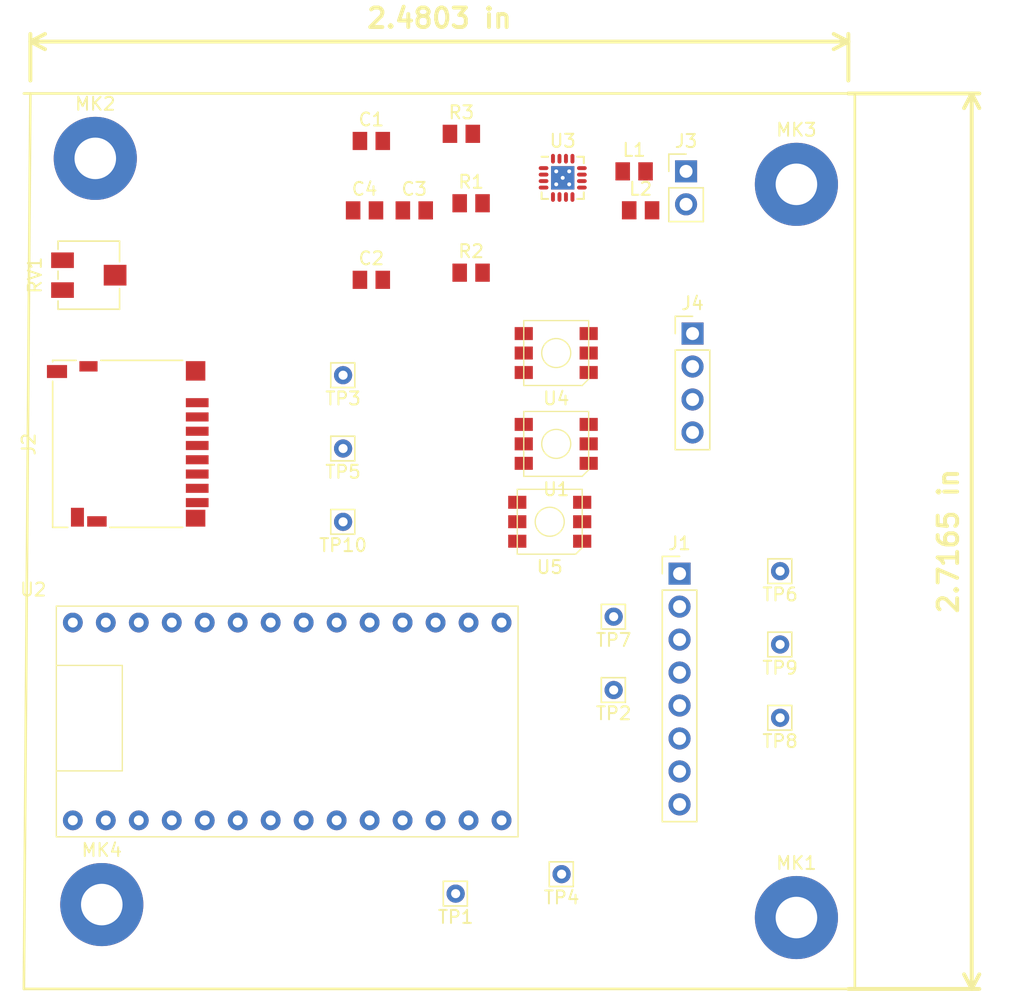
<source format=kicad_pcb>
(kicad_pcb (version 20170922) (host pcbnew "(2017-11-06 revision 3045509)-HEAD")

  (general
    (thickness 1.6)
    (drawings 6)
    (tracks 0)
    (zones 0)
    (modules 33)
    (nets 47)
  )

  (page A4)
  (layers
    (0 F.Cu signal)
    (31 B.Cu signal)
    (32 B.Adhes user)
    (33 F.Adhes user)
    (34 B.Paste user)
    (35 F.Paste user)
    (36 B.SilkS user)
    (37 F.SilkS user)
    (38 B.Mask user)
    (39 F.Mask user)
    (40 Dwgs.User user)
    (41 Cmts.User user)
    (42 Eco1.User user)
    (43 Eco2.User user)
    (44 Edge.Cuts user)
    (45 Margin user)
    (46 B.CrtYd user)
    (47 F.CrtYd user)
    (48 B.Fab user)
    (49 F.Fab user)
  )

  (setup
    (last_trace_width 0.25)
    (trace_clearance 0.2)
    (zone_clearance 0.508)
    (zone_45_only no)
    (trace_min 0.2)
    (segment_width 0.2)
    (edge_width 0.15)
    (via_size 0.8)
    (via_drill 0.4)
    (via_min_size 0.4)
    (via_min_drill 0.3)
    (uvia_size 0.3)
    (uvia_drill 0.1)
    (uvias_allowed no)
    (uvia_min_size 0.2)
    (uvia_min_drill 0.1)
    (pcb_text_width 0.3)
    (pcb_text_size 1.5 1.5)
    (mod_edge_width 0.15)
    (mod_text_size 1 1)
    (mod_text_width 0.15)
    (pad_size 1.524 1.524)
    (pad_drill 0.762)
    (pad_to_mask_clearance 0.2)
    (aux_axis_origin 0 0)
    (visible_elements FFFFF77F)
    (pcbplotparams
      (layerselection 0x010fc_ffffffff)
      (usegerberextensions false)
      (usegerberattributes true)
      (usegerberadvancedattributes true)
      (creategerberjobfile true)
      (excludeedgelayer true)
      (linewidth 0.100000)
      (plotframeref false)
      (viasonmask false)
      (mode 1)
      (useauxorigin false)
      (hpglpennumber 1)
      (hpglpenspeed 20)
      (hpglpendiameter 15)
      (psnegative false)
      (psa4output false)
      (plotreference true)
      (plotvalue true)
      (plotinvisibletext false)
      (padsonsilk false)
      (subtractmaskfromsilk false)
      (outputformat 1)
      (mirror false)
      (drillshape 1)
      (scaleselection 1)
      (outputdirectory ""))
  )

  (net 0 "")
  (net 1 GND)
  (net 2 "Net-(C1-Pad1)")
  (net 3 "Net-(C2-Pad1)")
  (net 4 +5V)
  (net 5 /rfid_cs)
  (net 6 /sck)
  (net 7 /mosi)
  (net 8 /miso)
  (net 9 "Net-(J1-Pad5)")
  (net 10 /rfid_rst)
  (net 11 +3V3)
  (net 12 "Net-(J2-Pad8)")
  (net 13 /sd_cs)
  (net 14 "Net-(J2-Pad1)")
  (net 15 "Net-(J4-Pad1)")
  (net 16 "Net-(J4-Pad2)")
  (net 17 "Net-(L1-Pad2)")
  (net 18 "Net-(L2-Pad2)")
  (net 19 "Net-(R1-Pad2)")
  (net 20 /gain)
  (net 21 /volume)
  (net 22 /apa_din)
  (net 23 /apa_clk)
  (net 24 "Net-(U1-Pad5)")
  (net 25 "Net-(U1-Pad6)")
  (net 26 "Net-(U2-Pad2)")
  (net 27 "Net-(U2-Pad3)")
  (net 28 "Net-(U2-Pad4)")
  (net 29 "Net-(U2-Pad5)")
  (net 30 "Net-(U2-Pad6)")
  (net 31 "Net-(U2-Pad7)")
  (net 32 "Net-(U2-Pad8)")
  (net 33 "Net-(U2-Pad10)")
  (net 34 /i2s_bclk)
  (net 35 "Net-(U2-Pad24)")
  (net 36 "Net-(U2-Pad25)")
  (net 37 "Net-(U2-Pad26)")
  (net 38 "Net-(U2-Pad27)")
  (net 39 /i2s_din)
  (net 40 /i2s_lrclk)
  (net 41 "Net-(U3-Pad5)")
  (net 42 "Net-(U3-Pad6)")
  (net 43 "Net-(U3-Pad12)")
  (net 44 "Net-(U3-Pad13)")
  (net 45 "Net-(U4-Pad6)")
  (net 46 "Net-(U4-Pad5)")

  (net_class Default "This is the default net class."
    (clearance 0.2)
    (trace_width 0.25)
    (via_dia 0.8)
    (via_drill 0.4)
    (uvia_dia 0.3)
    (uvia_drill 0.1)
    (add_net +3V3)
    (add_net +5V)
    (add_net /apa_clk)
    (add_net /apa_din)
    (add_net /gain)
    (add_net /i2s_bclk)
    (add_net /i2s_din)
    (add_net /i2s_lrclk)
    (add_net /miso)
    (add_net /mosi)
    (add_net /rfid_cs)
    (add_net /rfid_rst)
    (add_net /sck)
    (add_net /sd_cs)
    (add_net /volume)
    (add_net GND)
    (add_net "Net-(C1-Pad1)")
    (add_net "Net-(C2-Pad1)")
    (add_net "Net-(J1-Pad5)")
    (add_net "Net-(J2-Pad1)")
    (add_net "Net-(J2-Pad8)")
    (add_net "Net-(J4-Pad1)")
    (add_net "Net-(J4-Pad2)")
    (add_net "Net-(L1-Pad2)")
    (add_net "Net-(L2-Pad2)")
    (add_net "Net-(R1-Pad2)")
    (add_net "Net-(U1-Pad5)")
    (add_net "Net-(U1-Pad6)")
    (add_net "Net-(U2-Pad10)")
    (add_net "Net-(U2-Pad2)")
    (add_net "Net-(U2-Pad24)")
    (add_net "Net-(U2-Pad25)")
    (add_net "Net-(U2-Pad26)")
    (add_net "Net-(U2-Pad27)")
    (add_net "Net-(U2-Pad3)")
    (add_net "Net-(U2-Pad4)")
    (add_net "Net-(U2-Pad5)")
    (add_net "Net-(U2-Pad6)")
    (add_net "Net-(U2-Pad7)")
    (add_net "Net-(U2-Pad8)")
    (add_net "Net-(U3-Pad12)")
    (add_net "Net-(U3-Pad13)")
    (add_net "Net-(U3-Pad5)")
    (add_net "Net-(U3-Pad6)")
    (add_net "Net-(U4-Pad5)")
    (add_net "Net-(U4-Pad6)")
  )

  (module Capacitor_SMD:C_0805_2012Metric (layer F.Cu) (tedit 5AC5DB74) (tstamp 5B836A35)
    (at 112.761666 27.1575)
    (descr "Capacitor SMD 0805 (2012 Metric), square (rectangular) end terminal, IPC_7351 nominal, (Body size source: http://www.tortai-tech.com/upload/download/2011102023233369053.pdf), generated with kicad-footprint-generator")
    (tags capacitor)
    (path /5B570861)
    (attr smd)
    (fp_text reference C1 (at 0 -1.65) (layer F.SilkS)
      (effects (font (size 1 1) (thickness 0.15)))
    )
    (fp_text value 220pf (at 0 1.65) (layer F.Fab)
      (effects (font (size 1 1) (thickness 0.15)))
    )
    (fp_text user %R (at 0 0) (layer F.Fab)
      (effects (font (size 0.5 0.5) (thickness 0.08)))
    )
    (fp_line (start 1.69 0.95) (end -1.69 0.95) (layer F.CrtYd) (width 0.05))
    (fp_line (start 1.69 -0.95) (end 1.69 0.95) (layer F.CrtYd) (width 0.05))
    (fp_line (start -1.69 -0.95) (end 1.69 -0.95) (layer F.CrtYd) (width 0.05))
    (fp_line (start -1.69 0.95) (end -1.69 -0.95) (layer F.CrtYd) (width 0.05))
    (fp_line (start 1 0.6) (end -1 0.6) (layer F.Fab) (width 0.1))
    (fp_line (start 1 -0.6) (end 1 0.6) (layer F.Fab) (width 0.1))
    (fp_line (start -1 -0.6) (end 1 -0.6) (layer F.Fab) (width 0.1))
    (fp_line (start -1 0.6) (end -1 -0.6) (layer F.Fab) (width 0.1))
    (pad 2 smd rect (at 0.88 0) (size 1.12 1.4) (layers F.Cu F.Paste F.Mask)
      (net 1 GND))
    (pad 1 smd rect (at -0.88 0) (size 1.12 1.4) (layers F.Cu F.Paste F.Mask)
      (net 2 "Net-(C1-Pad1)"))
    (model ${KISYS3DMOD}/Capacitor_SMD.3dshapes/C_0805_2012Metric.wrl
      (at (xyz 0 0 0))
      (scale (xyz 1 1 1))
      (rotate (xyz 0 0 0))
    )
  )

  (module Capacitor_SMD:C_0805_2012Metric (layer F.Cu) (tedit 5AC5DB74) (tstamp 5B836A44)
    (at 112.761666 37.8575)
    (descr "Capacitor SMD 0805 (2012 Metric), square (rectangular) end terminal, IPC_7351 nominal, (Body size source: http://www.tortai-tech.com/upload/download/2011102023233369053.pdf), generated with kicad-footprint-generator")
    (tags capacitor)
    (path /5B5708D1)
    (attr smd)
    (fp_text reference C2 (at 0 -1.65) (layer F.SilkS)
      (effects (font (size 1 1) (thickness 0.15)))
    )
    (fp_text value 220pf (at 0 1.65) (layer F.Fab)
      (effects (font (size 1 1) (thickness 0.15)))
    )
    (fp_line (start -1 0.6) (end -1 -0.6) (layer F.Fab) (width 0.1))
    (fp_line (start -1 -0.6) (end 1 -0.6) (layer F.Fab) (width 0.1))
    (fp_line (start 1 -0.6) (end 1 0.6) (layer F.Fab) (width 0.1))
    (fp_line (start 1 0.6) (end -1 0.6) (layer F.Fab) (width 0.1))
    (fp_line (start -1.69 0.95) (end -1.69 -0.95) (layer F.CrtYd) (width 0.05))
    (fp_line (start -1.69 -0.95) (end 1.69 -0.95) (layer F.CrtYd) (width 0.05))
    (fp_line (start 1.69 -0.95) (end 1.69 0.95) (layer F.CrtYd) (width 0.05))
    (fp_line (start 1.69 0.95) (end -1.69 0.95) (layer F.CrtYd) (width 0.05))
    (fp_text user %R (at 0 0) (layer F.Fab)
      (effects (font (size 0.5 0.5) (thickness 0.08)))
    )
    (pad 1 smd rect (at -0.88 0) (size 1.12 1.4) (layers F.Cu F.Paste F.Mask)
      (net 3 "Net-(C2-Pad1)"))
    (pad 2 smd rect (at 0.88 0) (size 1.12 1.4) (layers F.Cu F.Paste F.Mask)
      (net 1 GND))
    (model ${KISYS3DMOD}/Capacitor_SMD.3dshapes/C_0805_2012Metric.wrl
      (at (xyz 0 0 0))
      (scale (xyz 1 1 1))
      (rotate (xyz 0 0 0))
    )
  )

  (module Capacitor_SMD:C_0805_2012Metric (layer F.Cu) (tedit 5AC5DB74) (tstamp 5B836A53)
    (at 116.067857 32.5075)
    (descr "Capacitor SMD 0805 (2012 Metric), square (rectangular) end terminal, IPC_7351 nominal, (Body size source: http://www.tortai-tech.com/upload/download/2011102023233369053.pdf), generated with kicad-footprint-generator")
    (tags capacitor)
    (path /5B570085)
    (attr smd)
    (fp_text reference C3 (at 0 -1.65) (layer F.SilkS)
      (effects (font (size 1 1) (thickness 0.15)))
    )
    (fp_text value 2.2u (at 0 1.65) (layer F.Fab)
      (effects (font (size 1 1) (thickness 0.15)))
    )
    (fp_text user %R (at 0 0) (layer F.Fab)
      (effects (font (size 0.5 0.5) (thickness 0.08)))
    )
    (fp_line (start 1.69 0.95) (end -1.69 0.95) (layer F.CrtYd) (width 0.05))
    (fp_line (start 1.69 -0.95) (end 1.69 0.95) (layer F.CrtYd) (width 0.05))
    (fp_line (start -1.69 -0.95) (end 1.69 -0.95) (layer F.CrtYd) (width 0.05))
    (fp_line (start -1.69 0.95) (end -1.69 -0.95) (layer F.CrtYd) (width 0.05))
    (fp_line (start 1 0.6) (end -1 0.6) (layer F.Fab) (width 0.1))
    (fp_line (start 1 -0.6) (end 1 0.6) (layer F.Fab) (width 0.1))
    (fp_line (start -1 -0.6) (end 1 -0.6) (layer F.Fab) (width 0.1))
    (fp_line (start -1 0.6) (end -1 -0.6) (layer F.Fab) (width 0.1))
    (pad 2 smd rect (at 0.88 0) (size 1.12 1.4) (layers F.Cu F.Paste F.Mask)
      (net 1 GND))
    (pad 1 smd rect (at -0.88 0) (size 1.12 1.4) (layers F.Cu F.Paste F.Mask)
      (net 4 +5V))
    (model ${KISYS3DMOD}/Capacitor_SMD.3dshapes/C_0805_2012Metric.wrl
      (at (xyz 0 0 0))
      (scale (xyz 1 1 1))
      (rotate (xyz 0 0 0))
    )
  )

  (module Capacitor_SMD:C_0805_2012Metric (layer F.Cu) (tedit 5AC5DB74) (tstamp 5B836A62)
    (at 112.237857 32.5075)
    (descr "Capacitor SMD 0805 (2012 Metric), square (rectangular) end terminal, IPC_7351 nominal, (Body size source: http://www.tortai-tech.com/upload/download/2011102023233369053.pdf), generated with kicad-footprint-generator")
    (tags capacitor)
    (path /5B570111)
    (attr smd)
    (fp_text reference C4 (at 0 -1.65) (layer F.SilkS)
      (effects (font (size 1 1) (thickness 0.15)))
    )
    (fp_text value 0.1u (at 0 1.65) (layer F.Fab)
      (effects (font (size 1 1) (thickness 0.15)))
    )
    (fp_line (start -1 0.6) (end -1 -0.6) (layer F.Fab) (width 0.1))
    (fp_line (start -1 -0.6) (end 1 -0.6) (layer F.Fab) (width 0.1))
    (fp_line (start 1 -0.6) (end 1 0.6) (layer F.Fab) (width 0.1))
    (fp_line (start 1 0.6) (end -1 0.6) (layer F.Fab) (width 0.1))
    (fp_line (start -1.69 0.95) (end -1.69 -0.95) (layer F.CrtYd) (width 0.05))
    (fp_line (start -1.69 -0.95) (end 1.69 -0.95) (layer F.CrtYd) (width 0.05))
    (fp_line (start 1.69 -0.95) (end 1.69 0.95) (layer F.CrtYd) (width 0.05))
    (fp_line (start 1.69 0.95) (end -1.69 0.95) (layer F.CrtYd) (width 0.05))
    (fp_text user %R (at 0 0) (layer F.Fab)
      (effects (font (size 0.5 0.5) (thickness 0.08)))
    )
    (pad 1 smd rect (at -0.88 0) (size 1.12 1.4) (layers F.Cu F.Paste F.Mask)
      (net 4 +5V))
    (pad 2 smd rect (at 0.88 0) (size 1.12 1.4) (layers F.Cu F.Paste F.Mask)
      (net 1 GND))
    (model ${KISYS3DMOD}/Capacitor_SMD.3dshapes/C_0805_2012Metric.wrl
      (at (xyz 0 0 0))
      (scale (xyz 1 1 1))
      (rotate (xyz 0 0 0))
    )
  )

  (module Connector_PinHeader_2.54mm:PinHeader_1x08_P2.54mm_Vertical (layer F.Cu) (tedit 59FED5CC) (tstamp 5B836A7E)
    (at 136.5 60.5)
    (descr "Through hole straight pin header, 1x08, 2.54mm pitch, single row")
    (tags "Through hole pin header THT 1x08 2.54mm single row")
    (path /5B56ED79)
    (fp_text reference J1 (at 0 -2.33) (layer F.SilkS)
      (effects (font (size 1 1) (thickness 0.15)))
    )
    (fp_text value Conn_01x08_Male (at 0 20.11) (layer F.Fab)
      (effects (font (size 1 1) (thickness 0.15)))
    )
    (fp_line (start -0.635 -1.27) (end 1.27 -1.27) (layer F.Fab) (width 0.1))
    (fp_line (start 1.27 -1.27) (end 1.27 19.05) (layer F.Fab) (width 0.1))
    (fp_line (start 1.27 19.05) (end -1.27 19.05) (layer F.Fab) (width 0.1))
    (fp_line (start -1.27 19.05) (end -1.27 -0.635) (layer F.Fab) (width 0.1))
    (fp_line (start -1.27 -0.635) (end -0.635 -1.27) (layer F.Fab) (width 0.1))
    (fp_line (start -1.33 19.11) (end 1.33 19.11) (layer F.SilkS) (width 0.12))
    (fp_line (start -1.33 1.27) (end -1.33 19.11) (layer F.SilkS) (width 0.12))
    (fp_line (start 1.33 1.27) (end 1.33 19.11) (layer F.SilkS) (width 0.12))
    (fp_line (start -1.33 1.27) (end 1.33 1.27) (layer F.SilkS) (width 0.12))
    (fp_line (start -1.33 0) (end -1.33 -1.33) (layer F.SilkS) (width 0.12))
    (fp_line (start -1.33 -1.33) (end 0 -1.33) (layer F.SilkS) (width 0.12))
    (fp_line (start -1.8 -1.8) (end -1.8 19.55) (layer F.CrtYd) (width 0.05))
    (fp_line (start -1.8 19.55) (end 1.8 19.55) (layer F.CrtYd) (width 0.05))
    (fp_line (start 1.8 19.55) (end 1.8 -1.8) (layer F.CrtYd) (width 0.05))
    (fp_line (start 1.8 -1.8) (end -1.8 -1.8) (layer F.CrtYd) (width 0.05))
    (fp_text user %R (at 0 8.89 90) (layer F.Fab)
      (effects (font (size 1 1) (thickness 0.15)))
    )
    (pad 1 thru_hole rect (at 0 0) (size 1.7 1.7) (drill 1) (layers *.Cu *.Mask)
      (net 5 /rfid_cs))
    (pad 2 thru_hole oval (at 0 2.54) (size 1.7 1.7) (drill 1) (layers *.Cu *.Mask)
      (net 6 /sck))
    (pad 3 thru_hole oval (at 0 5.08) (size 1.7 1.7) (drill 1) (layers *.Cu *.Mask)
      (net 7 /mosi))
    (pad 4 thru_hole oval (at 0 7.62) (size 1.7 1.7) (drill 1) (layers *.Cu *.Mask)
      (net 8 /miso))
    (pad 5 thru_hole oval (at 0 10.16) (size 1.7 1.7) (drill 1) (layers *.Cu *.Mask)
      (net 9 "Net-(J1-Pad5)"))
    (pad 6 thru_hole oval (at 0 12.7) (size 1.7 1.7) (drill 1) (layers *.Cu *.Mask)
      (net 1 GND))
    (pad 7 thru_hole oval (at 0 15.24) (size 1.7 1.7) (drill 1) (layers *.Cu *.Mask)
      (net 10 /rfid_rst))
    (pad 8 thru_hole oval (at 0 17.78) (size 1.7 1.7) (drill 1) (layers *.Cu *.Mask)
      (net 11 +3V3))
    (model ${KISYS3DMOD}/Connector_PinHeader_2.54mm.3dshapes/PinHeader_1x08_P2.54mm_Vertical.wrl
      (at (xyz 0 0 0))
      (scale (xyz 1 1 1))
      (rotate (xyz 0 0 0))
    )
  )

  (module Connector_PinHeader_2.54mm:PinHeader_1x02_P2.54mm_Vertical (layer F.Cu) (tedit 59FED5CC) (tstamp 5B836AC3)
    (at 137 29.5)
    (descr "Through hole straight pin header, 1x02, 2.54mm pitch, single row")
    (tags "Through hole pin header THT 1x02 2.54mm single row")
    (path /5B56F104)
    (fp_text reference J3 (at 0 -2.33) (layer F.SilkS)
      (effects (font (size 1 1) (thickness 0.15)))
    )
    (fp_text value Conn_01x02_Female (at 0 4.87) (layer F.Fab)
      (effects (font (size 1 1) (thickness 0.15)))
    )
    (fp_line (start -0.635 -1.27) (end 1.27 -1.27) (layer F.Fab) (width 0.1))
    (fp_line (start 1.27 -1.27) (end 1.27 3.81) (layer F.Fab) (width 0.1))
    (fp_line (start 1.27 3.81) (end -1.27 3.81) (layer F.Fab) (width 0.1))
    (fp_line (start -1.27 3.81) (end -1.27 -0.635) (layer F.Fab) (width 0.1))
    (fp_line (start -1.27 -0.635) (end -0.635 -1.27) (layer F.Fab) (width 0.1))
    (fp_line (start -1.33 3.87) (end 1.33 3.87) (layer F.SilkS) (width 0.12))
    (fp_line (start -1.33 1.27) (end -1.33 3.87) (layer F.SilkS) (width 0.12))
    (fp_line (start 1.33 1.27) (end 1.33 3.87) (layer F.SilkS) (width 0.12))
    (fp_line (start -1.33 1.27) (end 1.33 1.27) (layer F.SilkS) (width 0.12))
    (fp_line (start -1.33 0) (end -1.33 -1.33) (layer F.SilkS) (width 0.12))
    (fp_line (start -1.33 -1.33) (end 0 -1.33) (layer F.SilkS) (width 0.12))
    (fp_line (start -1.8 -1.8) (end -1.8 4.35) (layer F.CrtYd) (width 0.05))
    (fp_line (start -1.8 4.35) (end 1.8 4.35) (layer F.CrtYd) (width 0.05))
    (fp_line (start 1.8 4.35) (end 1.8 -1.8) (layer F.CrtYd) (width 0.05))
    (fp_line (start 1.8 -1.8) (end -1.8 -1.8) (layer F.CrtYd) (width 0.05))
    (fp_text user %R (at 0 1.27 90) (layer F.Fab)
      (effects (font (size 1 1) (thickness 0.15)))
    )
    (pad 1 thru_hole rect (at 0 0) (size 1.7 1.7) (drill 1) (layers *.Cu *.Mask)
      (net 2 "Net-(C1-Pad1)"))
    (pad 2 thru_hole oval (at 0 2.54) (size 1.7 1.7) (drill 1) (layers *.Cu *.Mask)
      (net 3 "Net-(C2-Pad1)"))
    (model ${KISYS3DMOD}/Connector_PinHeader_2.54mm.3dshapes/PinHeader_1x02_P2.54mm_Vertical.wrl
      (at (xyz 0 0 0))
      (scale (xyz 1 1 1))
      (rotate (xyz 0 0 0))
    )
  )

  (module Connector_PinHeader_2.54mm:PinHeader_1x04_P2.54mm_Vertical (layer F.Cu) (tedit 59FED5CC) (tstamp 5B836ADB)
    (at 137.5 42)
    (descr "Through hole straight pin header, 1x04, 2.54mm pitch, single row")
    (tags "Through hole pin header THT 1x04 2.54mm single row")
    (path /5B57333D)
    (fp_text reference J4 (at 0 -2.33) (layer F.SilkS)
      (effects (font (size 1 1) (thickness 0.15)))
    )
    (fp_text value Conn_01x04_Female (at 0 9.95) (layer F.Fab)
      (effects (font (size 1 1) (thickness 0.15)))
    )
    (fp_line (start -0.635 -1.27) (end 1.27 -1.27) (layer F.Fab) (width 0.1))
    (fp_line (start 1.27 -1.27) (end 1.27 8.89) (layer F.Fab) (width 0.1))
    (fp_line (start 1.27 8.89) (end -1.27 8.89) (layer F.Fab) (width 0.1))
    (fp_line (start -1.27 8.89) (end -1.27 -0.635) (layer F.Fab) (width 0.1))
    (fp_line (start -1.27 -0.635) (end -0.635 -1.27) (layer F.Fab) (width 0.1))
    (fp_line (start -1.33 8.95) (end 1.33 8.95) (layer F.SilkS) (width 0.12))
    (fp_line (start -1.33 1.27) (end -1.33 8.95) (layer F.SilkS) (width 0.12))
    (fp_line (start 1.33 1.27) (end 1.33 8.95) (layer F.SilkS) (width 0.12))
    (fp_line (start -1.33 1.27) (end 1.33 1.27) (layer F.SilkS) (width 0.12))
    (fp_line (start -1.33 0) (end -1.33 -1.33) (layer F.SilkS) (width 0.12))
    (fp_line (start -1.33 -1.33) (end 0 -1.33) (layer F.SilkS) (width 0.12))
    (fp_line (start -1.8 -1.8) (end -1.8 9.4) (layer F.CrtYd) (width 0.05))
    (fp_line (start -1.8 9.4) (end 1.8 9.4) (layer F.CrtYd) (width 0.05))
    (fp_line (start 1.8 9.4) (end 1.8 -1.8) (layer F.CrtYd) (width 0.05))
    (fp_line (start 1.8 -1.8) (end -1.8 -1.8) (layer F.CrtYd) (width 0.05))
    (fp_text user %R (at -2.700238 4.1825 90) (layer F.Fab)
      (effects (font (size 1 1) (thickness 0.15)))
    )
    (pad 1 thru_hole rect (at 0 0) (size 1.7 1.7) (drill 1) (layers *.Cu *.Mask)
      (net 15 "Net-(J4-Pad1)"))
    (pad 2 thru_hole oval (at 0 2.54) (size 1.7 1.7) (drill 1) (layers *.Cu *.Mask)
      (net 16 "Net-(J4-Pad2)"))
    (pad 3 thru_hole oval (at 0 5.08) (size 1.7 1.7) (drill 1) (layers *.Cu *.Mask)
      (net 4 +5V))
    (pad 4 thru_hole oval (at 0 7.62) (size 1.7 1.7) (drill 1) (layers *.Cu *.Mask)
      (net 1 GND))
    (model ${KISYS3DMOD}/Connector_PinHeader_2.54mm.3dshapes/PinHeader_1x04_P2.54mm_Vertical.wrl
      (at (xyz 0 0 0))
      (scale (xyz 1 1 1))
      (rotate (xyz 0 0 0))
    )
  )

  (module Inductor_SMD:L_0805_2012Metric (layer F.Cu) (tedit 5AC5DB75) (tstamp 5B836AEA)
    (at 133 29.5)
    (descr "Inductor SMD 0805 (2012 Metric), square (rectangular) end terminal, IPC_7351 nominal, (Body size source: http://www.tortai-tech.com/upload/download/2011102023233369053.pdf), generated with kicad-footprint-generator")
    (tags inductor)
    (path /5B56F1F2)
    (attr smd)
    (fp_text reference L1 (at 0 -1.65) (layer F.SilkS)
      (effects (font (size 1 1) (thickness 0.15)))
    )
    (fp_text value Ferrite_Bead_Small (at 0 1.65) (layer F.Fab)
      (effects (font (size 1 1) (thickness 0.15)))
    )
    (fp_line (start -1 0.6) (end -1 -0.6) (layer F.Fab) (width 0.1))
    (fp_line (start -1 -0.6) (end 1 -0.6) (layer F.Fab) (width 0.1))
    (fp_line (start 1 -0.6) (end 1 0.6) (layer F.Fab) (width 0.1))
    (fp_line (start 1 0.6) (end -1 0.6) (layer F.Fab) (width 0.1))
    (fp_line (start -1.69 0.95) (end -1.69 -0.95) (layer F.CrtYd) (width 0.05))
    (fp_line (start -1.69 -0.95) (end 1.69 -0.95) (layer F.CrtYd) (width 0.05))
    (fp_line (start 1.69 -0.95) (end 1.69 0.95) (layer F.CrtYd) (width 0.05))
    (fp_line (start 1.69 0.95) (end -1.69 0.95) (layer F.CrtYd) (width 0.05))
    (fp_text user %R (at 0 0) (layer F.Fab)
      (effects (font (size 0.5 0.5) (thickness 0.08)))
    )
    (pad 1 smd rect (at -0.88 0) (size 1.12 1.4) (layers F.Cu F.Paste F.Mask)
      (net 2 "Net-(C1-Pad1)"))
    (pad 2 smd rect (at 0.88 0) (size 1.12 1.4) (layers F.Cu F.Paste F.Mask)
      (net 17 "Net-(L1-Pad2)"))
    (model ${KISYS3DMOD}/Inductor_SMD.3dshapes/L_0805_2012Metric.wrl
      (at (xyz 0 0 0))
      (scale (xyz 1 1 1))
      (rotate (xyz 0 0 0))
    )
  )

  (module Inductor_SMD:L_0805_2012Metric (layer F.Cu) (tedit 5AC5DB75) (tstamp 5B8373B3)
    (at 133.5 32.5)
    (descr "Inductor SMD 0805 (2012 Metric), square (rectangular) end terminal, IPC_7351 nominal, (Body size source: http://www.tortai-tech.com/upload/download/2011102023233369053.pdf), generated with kicad-footprint-generator")
    (tags inductor)
    (path /5B56F240)
    (attr smd)
    (fp_text reference L2 (at 0 -1.65) (layer F.SilkS)
      (effects (font (size 1 1) (thickness 0.15)))
    )
    (fp_text value Ferrite_Bead_Small (at -1.957857 -2.3175) (layer F.Fab)
      (effects (font (size 1 1) (thickness 0.15)))
    )
    (fp_text user %R (at -0.5 0) (layer F.Fab)
      (effects (font (size 0.5 0.5) (thickness 0.08)))
    )
    (fp_line (start 1.69 0.95) (end -1.69 0.95) (layer F.CrtYd) (width 0.05))
    (fp_line (start 1.69 -0.95) (end 1.69 0.95) (layer F.CrtYd) (width 0.05))
    (fp_line (start -1.69 -0.95) (end 1.69 -0.95) (layer F.CrtYd) (width 0.05))
    (fp_line (start -1.69 0.95) (end -1.69 -0.95) (layer F.CrtYd) (width 0.05))
    (fp_line (start 1 0.6) (end -1 0.6) (layer F.Fab) (width 0.1))
    (fp_line (start 1 -0.6) (end 1 0.6) (layer F.Fab) (width 0.1))
    (fp_line (start -1 -0.6) (end 1 -0.6) (layer F.Fab) (width 0.1))
    (fp_line (start -1 0.6) (end -1 -0.6) (layer F.Fab) (width 0.1))
    (pad 2 smd rect (at 0.88 0) (size 1.12 1.4) (layers F.Cu F.Paste F.Mask)
      (net 18 "Net-(L2-Pad2)"))
    (pad 1 smd rect (at -0.88 0) (size 1.12 1.4) (layers F.Cu F.Paste F.Mask)
      (net 3 "Net-(C2-Pad1)"))
    (model ${KISYS3DMOD}/Inductor_SMD.3dshapes/L_0805_2012Metric.wrl
      (at (xyz 0 0 0))
      (scale (xyz 1 1 1))
      (rotate (xyz 0 0 0))
    )
  )

  (module MountingHole:MountingHole_3.2mm_M3_Pad (layer F.Cu) (tedit 56D1B4CB) (tstamp 5B836B01)
    (at 145.5 87)
    (descr "Mounting Hole 3.2mm, M3")
    (tags "mounting hole 3.2mm m3")
    (path /5B575BF9)
    (attr virtual)
    (fp_text reference MK1 (at 0 -4.2) (layer F.SilkS)
      (effects (font (size 1 1) (thickness 0.15)))
    )
    (fp_text value Mounting_Hole_PAD (at 0 4.2) (layer F.Fab)
      (effects (font (size 1 1) (thickness 0.15)))
    )
    (fp_circle (center 0 0) (end 3.45 0) (layer F.CrtYd) (width 0.05))
    (fp_circle (center 0 0) (end 3.2 0) (layer Cmts.User) (width 0.15))
    (fp_text user %R (at 0.3 0) (layer F.Fab)
      (effects (font (size 1 1) (thickness 0.15)))
    )
    (pad 1 thru_hole circle (at 0 0) (size 6.4 6.4) (drill 3.2) (layers *.Cu *.Mask)
      (net 1 GND))
  )

  (module MountingHole:MountingHole_3.2mm_M3_Pad (layer F.Cu) (tedit 56D1B4CB) (tstamp 5B836B09)
    (at 91.5 28.5)
    (descr "Mounting Hole 3.2mm, M3")
    (tags "mounting hole 3.2mm m3")
    (path /5B575C8D)
    (attr virtual)
    (fp_text reference MK2 (at 0 -4.2) (layer F.SilkS)
      (effects (font (size 1 1) (thickness 0.15)))
    )
    (fp_text value Mounting_Hole_PAD (at 0 4.2) (layer F.Fab)
      (effects (font (size 1 1) (thickness 0.15)))
    )
    (fp_text user %R (at 0.3 0) (layer F.Fab)
      (effects (font (size 1 1) (thickness 0.15)))
    )
    (fp_circle (center 0 0) (end 3.2 0) (layer Cmts.User) (width 0.15))
    (fp_circle (center 0 0) (end 3.45 0) (layer F.CrtYd) (width 0.05))
    (pad 1 thru_hole circle (at 0 0) (size 6.4 6.4) (drill 3.2) (layers *.Cu *.Mask)
      (net 1 GND))
  )

  (module MountingHole:MountingHole_3.2mm_M3_Pad (layer F.Cu) (tedit 56D1B4CB) (tstamp 5B836B11)
    (at 145.5 30.5)
    (descr "Mounting Hole 3.2mm, M3")
    (tags "mounting hole 3.2mm m3")
    (path /5B575CE1)
    (attr virtual)
    (fp_text reference MK3 (at 0 -4.2) (layer F.SilkS)
      (effects (font (size 1 1) (thickness 0.15)))
    )
    (fp_text value Mounting_Hole_PAD (at 0 4.2) (layer F.Fab)
      (effects (font (size 1 1) (thickness 0.15)))
    )
    (fp_circle (center 0 0) (end 3.45 0) (layer F.CrtYd) (width 0.05))
    (fp_circle (center 0 0) (end 3.2 0) (layer Cmts.User) (width 0.15))
    (fp_text user %R (at 0.3 0) (layer F.Fab)
      (effects (font (size 1 1) (thickness 0.15)))
    )
    (pad 1 thru_hole circle (at 0 0) (size 6.4 6.4) (drill 3.2) (layers *.Cu *.Mask)
      (net 1 GND))
  )

  (module MountingHole:MountingHole_3.2mm_M3_Pad (layer F.Cu) (tedit 56D1B4CB) (tstamp 5B837510)
    (at 92 86)
    (descr "Mounting Hole 3.2mm, M3")
    (tags "mounting hole 3.2mm m3")
    (path /5B575D37)
    (attr virtual)
    (fp_text reference MK4 (at 0 -4.2) (layer F.SilkS)
      (effects (font (size 1 1) (thickness 0.15)))
    )
    (fp_text value Mounting_Hole_PAD (at 0 4.2) (layer F.Fab)
      (effects (font (size 1 1) (thickness 0.15)))
    )
    (fp_text user %R (at 0.3 0) (layer F.Fab)
      (effects (font (size 1 1) (thickness 0.15)))
    )
    (fp_circle (center 0 0) (end 3.2 0) (layer Cmts.User) (width 0.15))
    (fp_circle (center 0 0) (end 3.45 0) (layer F.CrtYd) (width 0.05))
    (pad 1 thru_hole circle (at 0 0) (size 6.4 6.4) (drill 3.2) (layers *.Cu *.Mask)
      (net 1 GND))
  )

  (module Resistor_SMD:R_0805_2012Metric (layer F.Cu) (tedit 5AC5DB74) (tstamp 5B836B28)
    (at 120.445001 31.9575)
    (descr "Resistor SMD 0805 (2012 Metric), square (rectangular) end terminal, IPC_7351 nominal, (Body size source: http://www.tortai-tech.com/upload/download/2011102023233369053.pdf), generated with kicad-footprint-generator")
    (tags resistor)
    (path /5B57038B)
    (attr smd)
    (fp_text reference R1 (at 0 -1.65) (layer F.SilkS)
      (effects (font (size 1 1) (thickness 0.15)))
    )
    (fp_text value 1M (at 0 1.65) (layer F.Fab)
      (effects (font (size 1 1) (thickness 0.15)))
    )
    (fp_line (start -1 0.6) (end -1 -0.6) (layer F.Fab) (width 0.1))
    (fp_line (start -1 -0.6) (end 1 -0.6) (layer F.Fab) (width 0.1))
    (fp_line (start 1 -0.6) (end 1 0.6) (layer F.Fab) (width 0.1))
    (fp_line (start 1 0.6) (end -1 0.6) (layer F.Fab) (width 0.1))
    (fp_line (start -1.69 0.95) (end -1.69 -0.95) (layer F.CrtYd) (width 0.05))
    (fp_line (start -1.69 -0.95) (end 1.69 -0.95) (layer F.CrtYd) (width 0.05))
    (fp_line (start 1.69 -0.95) (end 1.69 0.95) (layer F.CrtYd) (width 0.05))
    (fp_line (start 1.69 0.95) (end -1.69 0.95) (layer F.CrtYd) (width 0.05))
    (fp_text user %R (at 0 0) (layer F.Fab)
      (effects (font (size 0.5 0.5) (thickness 0.08)))
    )
    (pad 1 smd rect (at -0.88 0) (size 1.12 1.4) (layers F.Cu F.Paste F.Mask)
      (net 4 +5V))
    (pad 2 smd rect (at 0.88 0) (size 1.12 1.4) (layers F.Cu F.Paste F.Mask)
      (net 19 "Net-(R1-Pad2)"))
    (model ${KISYS3DMOD}/Resistor_SMD.3dshapes/R_0805_2012Metric.wrl
      (at (xyz 0 0 0))
      (scale (xyz 1 1 1))
      (rotate (xyz 0 0 0))
    )
  )

  (module Resistor_SMD:R_0805_2012Metric (layer F.Cu) (tedit 5AC5DB74) (tstamp 5B836B37)
    (at 120.445001 37.3075)
    (descr "Resistor SMD 0805 (2012 Metric), square (rectangular) end terminal, IPC_7351 nominal, (Body size source: http://www.tortai-tech.com/upload/download/2011102023233369053.pdf), generated with kicad-footprint-generator")
    (tags resistor)
    (path /5B572A29)
    (attr smd)
    (fp_text reference R2 (at 0 -1.65) (layer F.SilkS)
      (effects (font (size 1 1) (thickness 0.15)))
    )
    (fp_text value dnp (at 0 1.65) (layer F.Fab)
      (effects (font (size 1 1) (thickness 0.15)))
    )
    (fp_line (start -1 0.6) (end -1 -0.6) (layer F.Fab) (width 0.1))
    (fp_line (start -1 -0.6) (end 1 -0.6) (layer F.Fab) (width 0.1))
    (fp_line (start 1 -0.6) (end 1 0.6) (layer F.Fab) (width 0.1))
    (fp_line (start 1 0.6) (end -1 0.6) (layer F.Fab) (width 0.1))
    (fp_line (start -1.69 0.95) (end -1.69 -0.95) (layer F.CrtYd) (width 0.05))
    (fp_line (start -1.69 -0.95) (end 1.69 -0.95) (layer F.CrtYd) (width 0.05))
    (fp_line (start 1.69 -0.95) (end 1.69 0.95) (layer F.CrtYd) (width 0.05))
    (fp_line (start 1.69 0.95) (end -1.69 0.95) (layer F.CrtYd) (width 0.05))
    (fp_text user %R (at 0 0) (layer F.Fab)
      (effects (font (size 0.5 0.5) (thickness 0.08)))
    )
    (pad 1 smd rect (at -0.88 0) (size 1.12 1.4) (layers F.Cu F.Paste F.Mask)
      (net 4 +5V))
    (pad 2 smd rect (at 0.88 0) (size 1.12 1.4) (layers F.Cu F.Paste F.Mask)
      (net 20 /gain))
    (model ${KISYS3DMOD}/Resistor_SMD.3dshapes/R_0805_2012Metric.wrl
      (at (xyz 0 0 0))
      (scale (xyz 1 1 1))
      (rotate (xyz 0 0 0))
    )
  )

  (module Resistor_SMD:R_0805_2012Metric (layer F.Cu) (tedit 5AC5DB74) (tstamp 5B836B46)
    (at 119.695001 26.6075)
    (descr "Resistor SMD 0805 (2012 Metric), square (rectangular) end terminal, IPC_7351 nominal, (Body size source: http://www.tortai-tech.com/upload/download/2011102023233369053.pdf), generated with kicad-footprint-generator")
    (tags resistor)
    (path /5B572B0F)
    (attr smd)
    (fp_text reference R3 (at 0 -1.65) (layer F.SilkS)
      (effects (font (size 1 1) (thickness 0.15)))
    )
    (fp_text value dnp (at 0 1.65) (layer F.Fab)
      (effects (font (size 1 1) (thickness 0.15)))
    )
    (fp_text user %R (at 0 0) (layer F.Fab)
      (effects (font (size 0.5 0.5) (thickness 0.08)))
    )
    (fp_line (start 1.69 0.95) (end -1.69 0.95) (layer F.CrtYd) (width 0.05))
    (fp_line (start 1.69 -0.95) (end 1.69 0.95) (layer F.CrtYd) (width 0.05))
    (fp_line (start -1.69 -0.95) (end 1.69 -0.95) (layer F.CrtYd) (width 0.05))
    (fp_line (start -1.69 0.95) (end -1.69 -0.95) (layer F.CrtYd) (width 0.05))
    (fp_line (start 1 0.6) (end -1 0.6) (layer F.Fab) (width 0.1))
    (fp_line (start 1 -0.6) (end 1 0.6) (layer F.Fab) (width 0.1))
    (fp_line (start -1 -0.6) (end 1 -0.6) (layer F.Fab) (width 0.1))
    (fp_line (start -1 0.6) (end -1 -0.6) (layer F.Fab) (width 0.1))
    (pad 2 smd rect (at 0.88 0) (size 1.12 1.4) (layers F.Cu F.Paste F.Mask)
      (net 1 GND))
    (pad 1 smd rect (at -0.88 0) (size 1.12 1.4) (layers F.Cu F.Paste F.Mask)
      (net 20 /gain))
    (model ${KISYS3DMOD}/Resistor_SMD.3dshapes/R_0805_2012Metric.wrl
      (at (xyz 0 0 0))
      (scale (xyz 1 1 1))
      (rotate (xyz 0 0 0))
    )
  )

  (module Potentiometer_SMD:Potentiometer_Bourns_3314S_Horizontal (layer F.Cu) (tedit 5A81E1D7) (tstamp 5B836B5D)
    (at 91 37.5 90)
    (descr "Potentiometer, horizontal, Bourns 3314S, http://www.bourns.com/docs/Product-Datasheets/3314.pdf")
    (tags "Potentiometer horizontal Bourns 3314S")
    (path /5B57388C)
    (attr smd)
    (fp_text reference RV1 (at 0 -4.15 90) (layer F.SilkS)
      (effects (font (size 1 1) (thickness 0.15)))
    )
    (fp_text value R_POT (at 0 4.15 90) (layer F.Fab)
      (effects (font (size 1 1) (thickness 0.15)))
    )
    (fp_line (start -2.505 -2.25) (end -2.505 2.25) (layer F.Fab) (width 0.1))
    (fp_line (start -2.505 2.25) (end 2.505 2.25) (layer F.Fab) (width 0.1))
    (fp_line (start 2.505 2.25) (end 2.505 -2.25) (layer F.Fab) (width 0.1))
    (fp_line (start 2.505 -2.25) (end -2.505 -2.25) (layer F.Fab) (width 0.1))
    (fp_line (start 1.99 -2.37) (end 2.625 -2.37) (layer F.SilkS) (width 0.12))
    (fp_line (start -2.625 -2.37) (end -1.99 -2.37) (layer F.SilkS) (width 0.12))
    (fp_line (start -0.31 -2.37) (end 0.31 -2.37) (layer F.SilkS) (width 0.12))
    (fp_line (start -2.625 2.37) (end -1.04 2.37) (layer F.SilkS) (width 0.12))
    (fp_line (start 1.04 2.37) (end 2.625 2.37) (layer F.SilkS) (width 0.12))
    (fp_line (start -2.625 -2.37) (end -2.625 2.37) (layer F.SilkS) (width 0.12))
    (fp_line (start 2.625 -2.37) (end 2.625 2.37) (layer F.SilkS) (width 0.12))
    (fp_line (start -2.8 -3.15) (end -2.8 3.2) (layer F.CrtYd) (width 0.05))
    (fp_line (start -2.8 3.2) (end 2.8 3.2) (layer F.CrtYd) (width 0.05))
    (fp_line (start 2.8 3.2) (end 2.8 -3.15) (layer F.CrtYd) (width 0.05))
    (fp_line (start 2.8 -3.15) (end -2.8 -3.15) (layer F.CrtYd) (width 0.05))
    (fp_text user %R (at 0 0 90) (layer F.Fab)
      (effects (font (size 1 1) (thickness 0.15)))
    )
    (pad 1 smd rect (at 1.15 -2.025 90) (size 1.2 1.75) (layers F.Cu F.Paste F.Mask)
      (net 11 +3V3))
    (pad 2 smd rect (at 0 2.025 90) (size 1.6 1.75) (layers F.Cu F.Paste F.Mask)
      (net 21 /volume))
    (pad 3 smd rect (at -1.15 -2.025 90) (size 1.2 1.75) (layers F.Cu F.Paste F.Mask)
      (net 1 GND))
    (model ${KISYS3DMOD}/Potentiometer_SMD.3dshapes/Potentiometer_Bourns_3314S_Horizontal.wrl
      (at (xyz 0 0 0))
      (scale (xyz 1 1 1))
      (rotate (xyz 0 0 0))
    )
  )

  (module Connector_Pin:Pin_D0.7mm_L6.5mm_W1.8mm_FlatFork (layer F.Cu) (tedit 5A1DC084) (tstamp 5B836B70)
    (at 119.254524 85.1575)
    (descr "solder Pin_ with flat fork, hole diameter 0.7mm, length 6.5mm, width 1.8mm")
    (tags "solder Pin_ with flat fork")
    (path /5B5743CA)
    (fp_text reference TP1 (at 0 1.8) (layer F.SilkS)
      (effects (font (size 1 1) (thickness 0.15)))
    )
    (fp_text value Test_Point (at 0 -1.8) (layer F.Fab)
      (effects (font (size 1 1) (thickness 0.15)))
    )
    (fp_line (start 1.35 1.2) (end -1.4 1.2) (layer F.CrtYd) (width 0.05))
    (fp_line (start 1.35 1.2) (end 1.35 -1.2) (layer F.CrtYd) (width 0.05))
    (fp_line (start -1.4 -1.2) (end -1.4 1.2) (layer F.CrtYd) (width 0.05))
    (fp_line (start -1.4 -1.2) (end 1.35 -1.2) (layer F.CrtYd) (width 0.05))
    (fp_line (start -0.9 0.25) (end -0.9 -0.25) (layer F.Fab) (width 0.12))
    (fp_line (start 0.85 0.25) (end -0.9 0.25) (layer F.Fab) (width 0.12))
    (fp_line (start 0.85 -0.25) (end 0.85 0.25) (layer F.Fab) (width 0.12))
    (fp_line (start -0.9 -0.25) (end 0.85 -0.25) (layer F.Fab) (width 0.12))
    (fp_line (start 0.9 -0.95) (end -0.95 -0.95) (layer F.SilkS) (width 0.12))
    (fp_line (start 0.9 -0.9) (end 0.9 -0.95) (layer F.SilkS) (width 0.12))
    (fp_line (start 0.9 0.95) (end 0.9 -0.9) (layer F.SilkS) (width 0.12))
    (fp_line (start -0.95 0.95) (end 0.9 0.95) (layer F.SilkS) (width 0.12))
    (fp_line (start -0.95 -0.95) (end -0.95 0.95) (layer F.SilkS) (width 0.12))
    (fp_text user %R (at 0 1.8) (layer F.Fab)
      (effects (font (size 1 1) (thickness 0.15)))
    )
    (pad 1 thru_hole circle (at 0 0) (size 1.4 1.4) (drill 0.7) (layers *.Cu *.Mask)
      (net 22 /apa_din))
    (model ${KISYS3DMOD}/Connector_Pin.3dshapes/Pin_D0.7mm_L6.5mm_W1.8mm_FlatFork.wrl
      (at (xyz 0 0 0))
      (scale (xyz 1 1 1))
      (rotate (xyz 0 0 0))
    )
  )

  (module Connector_Pin:Pin_D0.7mm_L6.5mm_W1.8mm_FlatFork (layer F.Cu) (tedit 5A1DC084) (tstamp 5B836B83)
    (at 131.424524 69.4675)
    (descr "solder Pin_ with flat fork, hole diameter 0.7mm, length 6.5mm, width 1.8mm")
    (tags "solder Pin_ with flat fork")
    (path /5B5744C1)
    (fp_text reference TP2 (at 0 1.8) (layer F.SilkS)
      (effects (font (size 1 1) (thickness 0.15)))
    )
    (fp_text value Test_Point (at 0 -1.8) (layer F.Fab)
      (effects (font (size 1 1) (thickness 0.15)))
    )
    (fp_text user %R (at 0 1.8) (layer F.Fab)
      (effects (font (size 1 1) (thickness 0.15)))
    )
    (fp_line (start -0.95 -0.95) (end -0.95 0.95) (layer F.SilkS) (width 0.12))
    (fp_line (start -0.95 0.95) (end 0.9 0.95) (layer F.SilkS) (width 0.12))
    (fp_line (start 0.9 0.95) (end 0.9 -0.9) (layer F.SilkS) (width 0.12))
    (fp_line (start 0.9 -0.9) (end 0.9 -0.95) (layer F.SilkS) (width 0.12))
    (fp_line (start 0.9 -0.95) (end -0.95 -0.95) (layer F.SilkS) (width 0.12))
    (fp_line (start -0.9 -0.25) (end 0.85 -0.25) (layer F.Fab) (width 0.12))
    (fp_line (start 0.85 -0.25) (end 0.85 0.25) (layer F.Fab) (width 0.12))
    (fp_line (start 0.85 0.25) (end -0.9 0.25) (layer F.Fab) (width 0.12))
    (fp_line (start -0.9 0.25) (end -0.9 -0.25) (layer F.Fab) (width 0.12))
    (fp_line (start -1.4 -1.2) (end 1.35 -1.2) (layer F.CrtYd) (width 0.05))
    (fp_line (start -1.4 -1.2) (end -1.4 1.2) (layer F.CrtYd) (width 0.05))
    (fp_line (start 1.35 1.2) (end 1.35 -1.2) (layer F.CrtYd) (width 0.05))
    (fp_line (start 1.35 1.2) (end -1.4 1.2) (layer F.CrtYd) (width 0.05))
    (pad 1 thru_hole circle (at 0 0) (size 1.4 1.4) (drill 0.7) (layers *.Cu *.Mask)
      (net 23 /apa_clk))
    (model ${KISYS3DMOD}/Connector_Pin.3dshapes/Pin_D0.7mm_L6.5mm_W1.8mm_FlatFork.wrl
      (at (xyz 0 0 0))
      (scale (xyz 1 1 1))
      (rotate (xyz 0 0 0))
    )
  )

  (module Connector_Pin:Pin_D0.7mm_L6.5mm_W1.8mm_FlatFork (layer F.Cu) (tedit 5A1DC084) (tstamp 5B836B96)
    (at 110.584524 45.2075)
    (descr "solder Pin_ with flat fork, hole diameter 0.7mm, length 6.5mm, width 1.8mm")
    (tags "solder Pin_ with flat fork")
    (path /5B574ED9)
    (fp_text reference TP3 (at 0 1.8) (layer F.SilkS)
      (effects (font (size 1 1) (thickness 0.15)))
    )
    (fp_text value Test_Point (at 0 -1.8) (layer F.Fab)
      (effects (font (size 1 1) (thickness 0.15)))
    )
    (fp_line (start 1.35 1.2) (end -1.4 1.2) (layer F.CrtYd) (width 0.05))
    (fp_line (start 1.35 1.2) (end 1.35 -1.2) (layer F.CrtYd) (width 0.05))
    (fp_line (start -1.4 -1.2) (end -1.4 1.2) (layer F.CrtYd) (width 0.05))
    (fp_line (start -1.4 -1.2) (end 1.35 -1.2) (layer F.CrtYd) (width 0.05))
    (fp_line (start -0.9 0.25) (end -0.9 -0.25) (layer F.Fab) (width 0.12))
    (fp_line (start 0.85 0.25) (end -0.9 0.25) (layer F.Fab) (width 0.12))
    (fp_line (start 0.85 -0.25) (end 0.85 0.25) (layer F.Fab) (width 0.12))
    (fp_line (start -0.9 -0.25) (end 0.85 -0.25) (layer F.Fab) (width 0.12))
    (fp_line (start 0.9 -0.95) (end -0.95 -0.95) (layer F.SilkS) (width 0.12))
    (fp_line (start 0.9 -0.9) (end 0.9 -0.95) (layer F.SilkS) (width 0.12))
    (fp_line (start 0.9 0.95) (end 0.9 -0.9) (layer F.SilkS) (width 0.12))
    (fp_line (start -0.95 0.95) (end 0.9 0.95) (layer F.SilkS) (width 0.12))
    (fp_line (start -0.95 -0.95) (end -0.95 0.95) (layer F.SilkS) (width 0.12))
    (fp_text user %R (at 0 1.8) (layer F.Fab)
      (effects (font (size 1 1) (thickness 0.15)))
    )
    (pad 1 thru_hole circle (at 0 0) (size 1.4 1.4) (drill 0.7) (layers *.Cu *.Mask)
      (net 7 /mosi))
    (model ${KISYS3DMOD}/Connector_Pin.3dshapes/Pin_D0.7mm_L6.5mm_W1.8mm_FlatFork.wrl
      (at (xyz 0 0 0))
      (scale (xyz 1 1 1))
      (rotate (xyz 0 0 0))
    )
  )

  (module Connector_Pin:Pin_D0.7mm_L6.5mm_W1.8mm_FlatFork (layer F.Cu) (tedit 5A1DC084) (tstamp 5B836BA9)
    (at 127.414524 83.6575)
    (descr "solder Pin_ with flat fork, hole diameter 0.7mm, length 6.5mm, width 1.8mm")
    (tags "solder Pin_ with flat fork")
    (path /5B574F15)
    (fp_text reference TP4 (at 0 1.8) (layer F.SilkS)
      (effects (font (size 1 1) (thickness 0.15)))
    )
    (fp_text value Test_Point (at 0 -1.8) (layer F.Fab)
      (effects (font (size 1 1) (thickness 0.15)))
    )
    (fp_text user %R (at 0 1.8) (layer F.Fab)
      (effects (font (size 1 1) (thickness 0.15)))
    )
    (fp_line (start -0.95 -0.95) (end -0.95 0.95) (layer F.SilkS) (width 0.12))
    (fp_line (start -0.95 0.95) (end 0.9 0.95) (layer F.SilkS) (width 0.12))
    (fp_line (start 0.9 0.95) (end 0.9 -0.9) (layer F.SilkS) (width 0.12))
    (fp_line (start 0.9 -0.9) (end 0.9 -0.95) (layer F.SilkS) (width 0.12))
    (fp_line (start 0.9 -0.95) (end -0.95 -0.95) (layer F.SilkS) (width 0.12))
    (fp_line (start -0.9 -0.25) (end 0.85 -0.25) (layer F.Fab) (width 0.12))
    (fp_line (start 0.85 -0.25) (end 0.85 0.25) (layer F.Fab) (width 0.12))
    (fp_line (start 0.85 0.25) (end -0.9 0.25) (layer F.Fab) (width 0.12))
    (fp_line (start -0.9 0.25) (end -0.9 -0.25) (layer F.Fab) (width 0.12))
    (fp_line (start -1.4 -1.2) (end 1.35 -1.2) (layer F.CrtYd) (width 0.05))
    (fp_line (start -1.4 -1.2) (end -1.4 1.2) (layer F.CrtYd) (width 0.05))
    (fp_line (start 1.35 1.2) (end 1.35 -1.2) (layer F.CrtYd) (width 0.05))
    (fp_line (start 1.35 1.2) (end -1.4 1.2) (layer F.CrtYd) (width 0.05))
    (pad 1 thru_hole circle (at 0 0) (size 1.4 1.4) (drill 0.7) (layers *.Cu *.Mask)
      (net 8 /miso))
    (model ${KISYS3DMOD}/Connector_Pin.3dshapes/Pin_D0.7mm_L6.5mm_W1.8mm_FlatFork.wrl
      (at (xyz 0 0 0))
      (scale (xyz 1 1 1))
      (rotate (xyz 0 0 0))
    )
  )

  (module Connector_Pin:Pin_D0.7mm_L6.5mm_W1.8mm_FlatFork (layer F.Cu) (tedit 5A1DC084) (tstamp 5B836BBC)
    (at 110.584524 50.8575)
    (descr "solder Pin_ with flat fork, hole diameter 0.7mm, length 6.5mm, width 1.8mm")
    (tags "solder Pin_ with flat fork")
    (path /5B574F57)
    (fp_text reference TP5 (at 0 1.8) (layer F.SilkS)
      (effects (font (size 1 1) (thickness 0.15)))
    )
    (fp_text value Test_Point (at 0 -1.8) (layer F.Fab)
      (effects (font (size 1 1) (thickness 0.15)))
    )
    (fp_text user %R (at 0 1.8) (layer F.Fab)
      (effects (font (size 1 1) (thickness 0.15)))
    )
    (fp_line (start -0.95 -0.95) (end -0.95 0.95) (layer F.SilkS) (width 0.12))
    (fp_line (start -0.95 0.95) (end 0.9 0.95) (layer F.SilkS) (width 0.12))
    (fp_line (start 0.9 0.95) (end 0.9 -0.9) (layer F.SilkS) (width 0.12))
    (fp_line (start 0.9 -0.9) (end 0.9 -0.95) (layer F.SilkS) (width 0.12))
    (fp_line (start 0.9 -0.95) (end -0.95 -0.95) (layer F.SilkS) (width 0.12))
    (fp_line (start -0.9 -0.25) (end 0.85 -0.25) (layer F.Fab) (width 0.12))
    (fp_line (start 0.85 -0.25) (end 0.85 0.25) (layer F.Fab) (width 0.12))
    (fp_line (start 0.85 0.25) (end -0.9 0.25) (layer F.Fab) (width 0.12))
    (fp_line (start -0.9 0.25) (end -0.9 -0.25) (layer F.Fab) (width 0.12))
    (fp_line (start -1.4 -1.2) (end 1.35 -1.2) (layer F.CrtYd) (width 0.05))
    (fp_line (start -1.4 -1.2) (end -1.4 1.2) (layer F.CrtYd) (width 0.05))
    (fp_line (start 1.35 1.2) (end 1.35 -1.2) (layer F.CrtYd) (width 0.05))
    (fp_line (start 1.35 1.2) (end -1.4 1.2) (layer F.CrtYd) (width 0.05))
    (pad 1 thru_hole circle (at 0 0) (size 1.4 1.4) (drill 0.7) (layers *.Cu *.Mask)
      (net 6 /sck))
    (model ${KISYS3DMOD}/Connector_Pin.3dshapes/Pin_D0.7mm_L6.5mm_W1.8mm_FlatFork.wrl
      (at (xyz 0 0 0))
      (scale (xyz 1 1 1))
      (rotate (xyz 0 0 0))
    )
  )

  (module Connector_Pin:Pin_D0.7mm_L6.5mm_W1.8mm_FlatFork (layer F.Cu) (tedit 5A1DC084) (tstamp 5B836BCF)
    (at 144.244524 60.3075)
    (descr "solder Pin_ with flat fork, hole diameter 0.7mm, length 6.5mm, width 1.8mm")
    (tags "solder Pin_ with flat fork")
    (path /5B574F9B)
    (fp_text reference TP6 (at 0 1.8) (layer F.SilkS)
      (effects (font (size 1 1) (thickness 0.15)))
    )
    (fp_text value Test_Point (at 0 -1.8) (layer F.Fab)
      (effects (font (size 1 1) (thickness 0.15)))
    )
    (fp_line (start 1.35 1.2) (end -1.4 1.2) (layer F.CrtYd) (width 0.05))
    (fp_line (start 1.35 1.2) (end 1.35 -1.2) (layer F.CrtYd) (width 0.05))
    (fp_line (start -1.4 -1.2) (end -1.4 1.2) (layer F.CrtYd) (width 0.05))
    (fp_line (start -1.4 -1.2) (end 1.35 -1.2) (layer F.CrtYd) (width 0.05))
    (fp_line (start -0.9 0.25) (end -0.9 -0.25) (layer F.Fab) (width 0.12))
    (fp_line (start 0.85 0.25) (end -0.9 0.25) (layer F.Fab) (width 0.12))
    (fp_line (start 0.85 -0.25) (end 0.85 0.25) (layer F.Fab) (width 0.12))
    (fp_line (start -0.9 -0.25) (end 0.85 -0.25) (layer F.Fab) (width 0.12))
    (fp_line (start 0.9 -0.95) (end -0.95 -0.95) (layer F.SilkS) (width 0.12))
    (fp_line (start 0.9 -0.9) (end 0.9 -0.95) (layer F.SilkS) (width 0.12))
    (fp_line (start 0.9 0.95) (end 0.9 -0.9) (layer F.SilkS) (width 0.12))
    (fp_line (start -0.95 0.95) (end 0.9 0.95) (layer F.SilkS) (width 0.12))
    (fp_line (start -0.95 -0.95) (end -0.95 0.95) (layer F.SilkS) (width 0.12))
    (fp_text user %R (at 0 1.8) (layer F.Fab)
      (effects (font (size 1 1) (thickness 0.15)))
    )
    (pad 1 thru_hole circle (at 0 0) (size 1.4 1.4) (drill 0.7) (layers *.Cu *.Mask)
      (net 13 /sd_cs))
    (model ${KISYS3DMOD}/Connector_Pin.3dshapes/Pin_D0.7mm_L6.5mm_W1.8mm_FlatFork.wrl
      (at (xyz 0 0 0))
      (scale (xyz 1 1 1))
      (rotate (xyz 0 0 0))
    )
  )

  (module Connector_Pin:Pin_D0.7mm_L6.5mm_W1.8mm_FlatFork (layer F.Cu) (tedit 5A1DC084) (tstamp 5B836BE2)
    (at 131.424524 63.8175)
    (descr "solder Pin_ with flat fork, hole diameter 0.7mm, length 6.5mm, width 1.8mm")
    (tags "solder Pin_ with flat fork")
    (path /5B574FDD)
    (fp_text reference TP7 (at 0 1.8) (layer F.SilkS)
      (effects (font (size 1 1) (thickness 0.15)))
    )
    (fp_text value Test_Point (at 0 -1.8) (layer F.Fab)
      (effects (font (size 1 1) (thickness 0.15)))
    )
    (fp_text user %R (at 0 1.8) (layer F.Fab)
      (effects (font (size 1 1) (thickness 0.15)))
    )
    (fp_line (start -0.95 -0.95) (end -0.95 0.95) (layer F.SilkS) (width 0.12))
    (fp_line (start -0.95 0.95) (end 0.9 0.95) (layer F.SilkS) (width 0.12))
    (fp_line (start 0.9 0.95) (end 0.9 -0.9) (layer F.SilkS) (width 0.12))
    (fp_line (start 0.9 -0.9) (end 0.9 -0.95) (layer F.SilkS) (width 0.12))
    (fp_line (start 0.9 -0.95) (end -0.95 -0.95) (layer F.SilkS) (width 0.12))
    (fp_line (start -0.9 -0.25) (end 0.85 -0.25) (layer F.Fab) (width 0.12))
    (fp_line (start 0.85 -0.25) (end 0.85 0.25) (layer F.Fab) (width 0.12))
    (fp_line (start 0.85 0.25) (end -0.9 0.25) (layer F.Fab) (width 0.12))
    (fp_line (start -0.9 0.25) (end -0.9 -0.25) (layer F.Fab) (width 0.12))
    (fp_line (start -1.4 -1.2) (end 1.35 -1.2) (layer F.CrtYd) (width 0.05))
    (fp_line (start -1.4 -1.2) (end -1.4 1.2) (layer F.CrtYd) (width 0.05))
    (fp_line (start 1.35 1.2) (end 1.35 -1.2) (layer F.CrtYd) (width 0.05))
    (fp_line (start 1.35 1.2) (end -1.4 1.2) (layer F.CrtYd) (width 0.05))
    (pad 1 thru_hole circle (at 0 0) (size 1.4 1.4) (drill 0.7) (layers *.Cu *.Mask)
      (net 5 /rfid_cs))
    (model ${KISYS3DMOD}/Connector_Pin.3dshapes/Pin_D0.7mm_L6.5mm_W1.8mm_FlatFork.wrl
      (at (xyz 0 0 0))
      (scale (xyz 1 1 1))
      (rotate (xyz 0 0 0))
    )
  )

  (module Connector_Pin:Pin_D0.7mm_L6.5mm_W1.8mm_FlatFork (layer F.Cu) (tedit 5A1DC084) (tstamp 5B836BF5)
    (at 144.244524 71.6075)
    (descr "solder Pin_ with flat fork, hole diameter 0.7mm, length 6.5mm, width 1.8mm")
    (tags "solder Pin_ with flat fork")
    (path /5B575027)
    (fp_text reference TP8 (at 0 1.8) (layer F.SilkS)
      (effects (font (size 1 1) (thickness 0.15)))
    )
    (fp_text value Test_Point (at 0 -1.8) (layer F.Fab)
      (effects (font (size 1 1) (thickness 0.15)))
    )
    (fp_line (start 1.35 1.2) (end -1.4 1.2) (layer F.CrtYd) (width 0.05))
    (fp_line (start 1.35 1.2) (end 1.35 -1.2) (layer F.CrtYd) (width 0.05))
    (fp_line (start -1.4 -1.2) (end -1.4 1.2) (layer F.CrtYd) (width 0.05))
    (fp_line (start -1.4 -1.2) (end 1.35 -1.2) (layer F.CrtYd) (width 0.05))
    (fp_line (start -0.9 0.25) (end -0.9 -0.25) (layer F.Fab) (width 0.12))
    (fp_line (start 0.85 0.25) (end -0.9 0.25) (layer F.Fab) (width 0.12))
    (fp_line (start 0.85 -0.25) (end 0.85 0.25) (layer F.Fab) (width 0.12))
    (fp_line (start -0.9 -0.25) (end 0.85 -0.25) (layer F.Fab) (width 0.12))
    (fp_line (start 0.9 -0.95) (end -0.95 -0.95) (layer F.SilkS) (width 0.12))
    (fp_line (start 0.9 -0.9) (end 0.9 -0.95) (layer F.SilkS) (width 0.12))
    (fp_line (start 0.9 0.95) (end 0.9 -0.9) (layer F.SilkS) (width 0.12))
    (fp_line (start -0.95 0.95) (end 0.9 0.95) (layer F.SilkS) (width 0.12))
    (fp_line (start -0.95 -0.95) (end -0.95 0.95) (layer F.SilkS) (width 0.12))
    (fp_text user %R (at 0 1.8) (layer F.Fab)
      (effects (font (size 1 1) (thickness 0.15)))
    )
    (pad 1 thru_hole circle (at 0 0) (size 1.4 1.4) (drill 0.7) (layers *.Cu *.Mask)
      (net 1 GND))
    (model ${KISYS3DMOD}/Connector_Pin.3dshapes/Pin_D0.7mm_L6.5mm_W1.8mm_FlatFork.wrl
      (at (xyz 0 0 0))
      (scale (xyz 1 1 1))
      (rotate (xyz 0 0 0))
    )
  )

  (module Connector_Pin:Pin_D0.7mm_L6.5mm_W1.8mm_FlatFork (layer F.Cu) (tedit 5A1DC084) (tstamp 5B836C08)
    (at 144.244524 65.9575)
    (descr "solder Pin_ with flat fork, hole diameter 0.7mm, length 6.5mm, width 1.8mm")
    (tags "solder Pin_ with flat fork")
    (path /5B575071)
    (fp_text reference TP9 (at 0 1.8) (layer F.SilkS)
      (effects (font (size 1 1) (thickness 0.15)))
    )
    (fp_text value Test_Point (at 0 -1.8) (layer F.Fab)
      (effects (font (size 1 1) (thickness 0.15)))
    )
    (fp_text user %R (at 0 1.8) (layer F.Fab)
      (effects (font (size 1 1) (thickness 0.15)))
    )
    (fp_line (start -0.95 -0.95) (end -0.95 0.95) (layer F.SilkS) (width 0.12))
    (fp_line (start -0.95 0.95) (end 0.9 0.95) (layer F.SilkS) (width 0.12))
    (fp_line (start 0.9 0.95) (end 0.9 -0.9) (layer F.SilkS) (width 0.12))
    (fp_line (start 0.9 -0.9) (end 0.9 -0.95) (layer F.SilkS) (width 0.12))
    (fp_line (start 0.9 -0.95) (end -0.95 -0.95) (layer F.SilkS) (width 0.12))
    (fp_line (start -0.9 -0.25) (end 0.85 -0.25) (layer F.Fab) (width 0.12))
    (fp_line (start 0.85 -0.25) (end 0.85 0.25) (layer F.Fab) (width 0.12))
    (fp_line (start 0.85 0.25) (end -0.9 0.25) (layer F.Fab) (width 0.12))
    (fp_line (start -0.9 0.25) (end -0.9 -0.25) (layer F.Fab) (width 0.12))
    (fp_line (start -1.4 -1.2) (end 1.35 -1.2) (layer F.CrtYd) (width 0.05))
    (fp_line (start -1.4 -1.2) (end -1.4 1.2) (layer F.CrtYd) (width 0.05))
    (fp_line (start 1.35 1.2) (end 1.35 -1.2) (layer F.CrtYd) (width 0.05))
    (fp_line (start 1.35 1.2) (end -1.4 1.2) (layer F.CrtYd) (width 0.05))
    (pad 1 thru_hole circle (at 0 0) (size 1.4 1.4) (drill 0.7) (layers *.Cu *.Mask)
      (net 11 +3V3))
    (model ${KISYS3DMOD}/Connector_Pin.3dshapes/Pin_D0.7mm_L6.5mm_W1.8mm_FlatFork.wrl
      (at (xyz 0 0 0))
      (scale (xyz 1 1 1))
      (rotate (xyz 0 0 0))
    )
  )

  (module Connector_Pin:Pin_D0.7mm_L6.5mm_W1.8mm_FlatFork (layer F.Cu) (tedit 5A1DC084) (tstamp 5B836C1B)
    (at 110.584524 56.5075)
    (descr "solder Pin_ with flat fork, hole diameter 0.7mm, length 6.5mm, width 1.8mm")
    (tags "solder Pin_ with flat fork")
    (path /5B575203)
    (fp_text reference TP10 (at 0 1.8) (layer F.SilkS)
      (effects (font (size 1 1) (thickness 0.15)))
    )
    (fp_text value Test_Point (at 0 -1.8) (layer F.Fab)
      (effects (font (size 1 1) (thickness 0.15)))
    )
    (fp_line (start 1.35 1.2) (end -1.4 1.2) (layer F.CrtYd) (width 0.05))
    (fp_line (start 1.35 1.2) (end 1.35 -1.2) (layer F.CrtYd) (width 0.05))
    (fp_line (start -1.4 -1.2) (end -1.4 1.2) (layer F.CrtYd) (width 0.05))
    (fp_line (start -1.4 -1.2) (end 1.35 -1.2) (layer F.CrtYd) (width 0.05))
    (fp_line (start -0.9 0.25) (end -0.9 -0.25) (layer F.Fab) (width 0.12))
    (fp_line (start 0.85 0.25) (end -0.9 0.25) (layer F.Fab) (width 0.12))
    (fp_line (start 0.85 -0.25) (end 0.85 0.25) (layer F.Fab) (width 0.12))
    (fp_line (start -0.9 -0.25) (end 0.85 -0.25) (layer F.Fab) (width 0.12))
    (fp_line (start 0.9 -0.95) (end -0.95 -0.95) (layer F.SilkS) (width 0.12))
    (fp_line (start 0.9 -0.9) (end 0.9 -0.95) (layer F.SilkS) (width 0.12))
    (fp_line (start 0.9 0.95) (end 0.9 -0.9) (layer F.SilkS) (width 0.12))
    (fp_line (start -0.95 0.95) (end 0.9 0.95) (layer F.SilkS) (width 0.12))
    (fp_line (start -0.95 -0.95) (end -0.95 0.95) (layer F.SilkS) (width 0.12))
    (fp_text user %R (at 0 1.8) (layer F.Fab)
      (effects (font (size 1 1) (thickness 0.15)))
    )
    (pad 1 thru_hole circle (at 0 0) (size 1.4 1.4) (drill 0.7) (layers *.Cu *.Mask)
      (net 4 +5V))
    (model ${KISYS3DMOD}/Connector_Pin.3dshapes/Pin_D0.7mm_L6.5mm_W1.8mm_FlatFork.wrl
      (at (xyz 0 0 0))
      (scale (xyz 1 1 1))
      (rotate (xyz 0 0 0))
    )
  )

  (module fp:apa102 (layer F.Cu) (tedit 5B31EEA7) (tstamp 5B836C2B)
    (at 127 50.5)
    (path /5B56E45A)
    (fp_text reference U1 (at 0 3.5) (layer F.SilkS)
      (effects (font (size 1 1) (thickness 0.15)))
    )
    (fp_text value apa102 (at 0 -3.5) (layer F.Fab)
      (effects (font (size 1 1) (thickness 0.15)))
    )
    (fp_line (start -2.5 -2.5) (end 2.5 -2.5) (layer F.SilkS) (width 0.1))
    (fp_line (start 2.5 -2.5) (end 2.5 2) (layer F.SilkS) (width 0.1))
    (fp_line (start 2.5 2) (end 2 2.5) (layer F.SilkS) (width 0.1))
    (fp_line (start 2 2.5) (end -2.5 2.5) (layer F.SilkS) (width 0.1))
    (fp_line (start -2.5 2.5) (end -2.5 -2.5) (layer F.SilkS) (width 0.1))
    (fp_circle (center 0 0) (end 0.5 1) (layer F.SilkS) (width 0.1))
    (pad 4 smd rect (at 2.5 1.5 90) (size 1 1.4) (layers F.Cu F.Paste F.Mask)
      (net 4 +5V))
    (pad 5 smd rect (at 2.5 0 90) (size 1 1.4) (layers F.Cu F.Paste F.Mask)
      (net 24 "Net-(U1-Pad5)"))
    (pad 6 smd rect (at 2.5 -1.5 90) (size 1 1.4) (layers F.Cu F.Paste F.Mask)
      (net 25 "Net-(U1-Pad6)"))
    (pad 1 smd rect (at -2.5 -1.5 90) (size 1 1.4) (layers F.Cu F.Paste F.Mask)
      (net 22 /apa_din))
    (pad 2 smd rect (at -2.5 0 90) (size 1 1.4) (layers F.Cu F.Paste F.Mask)
      (net 23 /apa_clk))
    (pad 3 smd rect (at -2.5 1.5 90) (size 1 1.4) (layers F.Cu F.Paste F.Mask)
      (net 1 GND))
  )

  (module fp:teensy31 (layer F.Cu) (tedit 5B5720B3) (tstamp 5B836C53)
    (at 88.5 63)
    (path /5B56E355)
    (fp_text reference U2 (at -1.778 -1.27) (layer F.SilkS)
      (effects (font (size 1 1) (thickness 0.15)))
    )
    (fp_text value Teensy3.1 (at -0.4 -2.8) (layer F.Fab)
      (effects (font (size 1 1) (thickness 0.15)))
    )
    (fp_line (start 0 0) (end 35.56 0) (layer F.SilkS) (width 0.1))
    (fp_line (start 35.56 0) (end 35.56 17.78) (layer F.SilkS) (width 0.1))
    (fp_line (start 35.56 17.78) (end 0.254 17.78) (layer F.SilkS) (width 0.1))
    (fp_line (start 0.254 17.78) (end 0 17.78) (layer F.SilkS) (width 0.1))
    (fp_line (start 0 17.78) (end 0 0) (layer F.SilkS) (width 0.1))
    (fp_line (start 0 4.572) (end 5.08 4.572) (layer F.SilkS) (width 0.1))
    (fp_line (start 5.08 4.572) (end 5.08 12.7) (layer F.SilkS) (width 0.1))
    (fp_line (start 5.08 12.7) (end 0 12.7) (layer F.SilkS) (width 0.1))
    (pad 20 thru_hole circle (at 34.29 1.27) (size 1.524 1.524) (drill 0.762) (layers *.Cu *.Mask)
      (net 23 /apa_clk))
    (pad 1 thru_hole circle (at 1.27 16.51) (size 1.524 1.524) (drill 0.762) (layers *.Cu *.Mask)
      (net 1 GND))
    (pad 2 thru_hole circle (at 3.81 16.51) (size 1.524 1.524) (drill 0.762) (layers *.Cu *.Mask)
      (net 26 "Net-(U2-Pad2)"))
    (pad 3 thru_hole circle (at 6.35 16.51) (size 1.524 1.524) (drill 0.762) (layers *.Cu *.Mask)
      (net 27 "Net-(U2-Pad3)"))
    (pad 4 thru_hole circle (at 8.89 16.51) (size 1.524 1.524) (drill 0.762) (layers *.Cu *.Mask)
      (net 28 "Net-(U2-Pad4)"))
    (pad 5 thru_hole circle (at 11.43 16.51) (size 1.524 1.524) (drill 0.762) (layers *.Cu *.Mask)
      (net 29 "Net-(U2-Pad5)"))
    (pad 6 thru_hole circle (at 13.97 16.51) (size 1.524 1.524) (drill 0.762) (layers *.Cu *.Mask)
      (net 30 "Net-(U2-Pad6)"))
    (pad 7 thru_hole circle (at 16.51 16.51) (size 1.524 1.524) (drill 0.762) (layers *.Cu *.Mask)
      (net 31 "Net-(U2-Pad7)"))
    (pad 8 thru_hole circle (at 19.05 16.51) (size 1.524 1.524) (drill 0.762) (layers *.Cu *.Mask)
      (net 32 "Net-(U2-Pad8)"))
    (pad 9 thru_hole circle (at 21.59 16.51) (size 1.524 1.524) (drill 0.762) (layers *.Cu *.Mask)
      (net 7 /mosi))
    (pad 10 thru_hole circle (at 24.13 16.51) (size 1.524 1.524) (drill 0.762) (layers *.Cu *.Mask)
      (net 33 "Net-(U2-Pad10)"))
    (pad 11 thru_hole circle (at 26.67 16.51) (size 1.524 1.524) (drill 0.762) (layers *.Cu *.Mask)
      (net 34 /i2s_bclk))
    (pad 12 thru_hole circle (at 29.21 16.51) (size 1.524 1.524) (drill 0.762) (layers *.Cu *.Mask)
      (net 13 /sd_cs))
    (pad 13 thru_hole circle (at 31.75 16.51) (size 1.524 1.524) (drill 0.762) (layers *.Cu *.Mask)
      (net 22 /apa_din))
    (pad 14 thru_hole circle (at 34.29 16.51) (size 1.524 1.524) (drill 0.762) (layers *.Cu *.Mask)
      (net 8 /miso))
    (pad 21 thru_hole circle (at 31.75 1.27) (size 1.524 1.524) (drill 0.762) (layers *.Cu *.Mask)
      (net 6 /sck))
    (pad 22 thru_hole circle (at 29.21 1.27) (size 1.524 1.524) (drill 0.762) (layers *.Cu *.Mask)
      (net 5 /rfid_cs))
    (pad 23 thru_hole circle (at 26.67 1.27) (size 1.524 1.524) (drill 0.762) (layers *.Cu *.Mask)
      (net 10 /rfid_rst))
    (pad 24 thru_hole circle (at 24.13 1.27) (size 1.524 1.524) (drill 0.762) (layers *.Cu *.Mask)
      (net 35 "Net-(U2-Pad24)"))
    (pad 25 thru_hole circle (at 21.59 1.27) (size 1.524 1.524) (drill 0.762) (layers *.Cu *.Mask)
      (net 36 "Net-(U2-Pad25)"))
    (pad 26 thru_hole circle (at 19.05 1.27) (size 1.524 1.524) (drill 0.762) (layers *.Cu *.Mask)
      (net 37 "Net-(U2-Pad26)"))
    (pad 27 thru_hole circle (at 16.51 1.27) (size 1.524 1.524) (drill 0.762) (layers *.Cu *.Mask)
      (net 38 "Net-(U2-Pad27)"))
    (pad 28 thru_hole circle (at 13.97 1.27) (size 1.524 1.524) (drill 0.762) (layers *.Cu *.Mask)
      (net 21 /volume))
    (pad 29 thru_hole circle (at 11.43 1.27) (size 1.524 1.524) (drill 0.762) (layers *.Cu *.Mask)
      (net 39 /i2s_din))
    (pad 30 thru_hole circle (at 8.89 1.27) (size 1.524 1.524) (drill 0.762) (layers *.Cu *.Mask)
      (net 40 /i2s_lrclk))
    (pad 31 thru_hole circle (at 6.35 1.27) (size 1.524 1.524) (drill 0.762) (layers *.Cu *.Mask)
      (net 11 +3V3))
    (pad 32 thru_hole circle (at 3.81 1.27) (size 1.524 1.524) (drill 0.762) (layers *.Cu *.Mask)
      (net 1 GND))
    (pad 33 thru_hole circle (at 1.27 1.27) (size 1.524 1.524) (drill 0.762) (layers *.Cu *.Mask)
      (net 4 +5V))
  )

  (module Package_DFN_QFN:QFN-16-1EP_3x3mm_P0.5mm_EP2.7x2.7mm_ThermalVias (layer F.Cu) (tedit 5A650620) (tstamp 5B836C83)
    (at 127.5 30)
    (descr "16-Lead Plastic Quad Flat, No Lead Package (NG) - 3x3x0.9 mm Body [QFN]; (see Microchip Packaging Specification 00000049BS.pdf)")
    (tags "QFN 0.5")
    (path /5B56EBE2)
    (attr smd)
    (fp_text reference U3 (at 0 -2.85) (layer F.SilkS)
      (effects (font (size 1 1) (thickness 0.15)))
    )
    (fp_text value max98357 (at 0 2.85) (layer F.Fab)
      (effects (font (size 1 1) (thickness 0.15)))
    )
    (fp_text user %R (at 0 0) (layer F.Fab)
      (effects (font (size 0.65 0.65) (thickness 0.125)))
    )
    (fp_line (start -0.5 -1.5) (end 1.5 -1.5) (layer F.Fab) (width 0.15))
    (fp_line (start 1.5 -1.5) (end 1.5 1.5) (layer F.Fab) (width 0.15))
    (fp_line (start 1.5 1.5) (end -1.5 1.5) (layer F.Fab) (width 0.15))
    (fp_line (start -1.5 1.5) (end -1.5 -0.5) (layer F.Fab) (width 0.15))
    (fp_line (start -1.5 -0.5) (end -0.5 -1.5) (layer F.Fab) (width 0.15))
    (fp_line (start -2.1 -2.1) (end -2.1 2.1) (layer F.CrtYd) (width 0.05))
    (fp_line (start 2.1 -2.1) (end 2.1 2.1) (layer F.CrtYd) (width 0.05))
    (fp_line (start -2.1 -2.1) (end 2.1 -2.1) (layer F.CrtYd) (width 0.05))
    (fp_line (start -2.1 2.1) (end 2.1 2.1) (layer F.CrtYd) (width 0.05))
    (fp_line (start 1.625 -1.625) (end 1.625 -1.125) (layer F.SilkS) (width 0.15))
    (fp_line (start -1.625 1.625) (end -1.625 1.125) (layer F.SilkS) (width 0.15))
    (fp_line (start 1.625 1.625) (end 1.625 1.125) (layer F.SilkS) (width 0.15))
    (fp_line (start -1.625 -1.625) (end -1.125 -1.625) (layer F.SilkS) (width 0.15))
    (fp_line (start -1.625 1.625) (end -1.125 1.625) (layer F.SilkS) (width 0.15))
    (fp_line (start 1.625 1.625) (end 1.125 1.625) (layer F.SilkS) (width 0.15))
    (fp_line (start 1.625 -1.625) (end 1.125 -1.625) (layer F.SilkS) (width 0.15))
    (pad 1 smd oval (at -1.475 -0.75) (size 0.75 0.3) (layers F.Cu F.Paste F.Mask)
      (net 39 /i2s_din))
    (pad 2 smd oval (at -1.475 -0.25) (size 0.75 0.3) (layers F.Cu F.Paste F.Mask)
      (net 20 /gain))
    (pad 3 smd oval (at -1.475 0.25) (size 0.75 0.3) (layers F.Cu F.Paste F.Mask)
      (net 1 GND))
    (pad 4 smd oval (at -1.475 0.75) (size 0.75 0.3) (layers F.Cu F.Paste F.Mask)
      (net 19 "Net-(R1-Pad2)"))
    (pad 5 smd oval (at -0.75 1.475 90) (size 0.75 0.3) (layers F.Cu F.Paste F.Mask)
      (net 41 "Net-(U3-Pad5)"))
    (pad 6 smd oval (at -0.25 1.475 90) (size 0.75 0.3) (layers F.Cu F.Paste F.Mask)
      (net 42 "Net-(U3-Pad6)"))
    (pad 7 smd oval (at 0.25 1.475 90) (size 0.75 0.3) (layers F.Cu F.Paste F.Mask)
      (net 4 +5V))
    (pad 8 smd oval (at 0.75 1.475 90) (size 0.75 0.3) (layers F.Cu F.Paste F.Mask)
      (net 4 +5V))
    (pad 9 smd oval (at 1.475 0.75) (size 0.75 0.3) (layers F.Cu F.Paste F.Mask)
      (net 17 "Net-(L1-Pad2)"))
    (pad 10 smd oval (at 1.475 0.25) (size 0.75 0.3) (layers F.Cu F.Paste F.Mask)
      (net 18 "Net-(L2-Pad2)"))
    (pad 11 smd oval (at 1.475 -0.25) (size 0.75 0.3) (layers F.Cu F.Paste F.Mask)
      (net 1 GND))
    (pad 12 smd oval (at 1.475 -0.75) (size 0.75 0.3) (layers F.Cu F.Paste F.Mask)
      (net 43 "Net-(U3-Pad12)"))
    (pad 13 smd oval (at 0.75 -1.475 90) (size 0.75 0.3) (layers F.Cu F.Paste F.Mask)
      (net 44 "Net-(U3-Pad13)"))
    (pad 14 smd oval (at 0.25 -1.475 90) (size 0.75 0.3) (layers F.Cu F.Paste F.Mask)
      (net 40 /i2s_lrclk))
    (pad 15 smd oval (at -0.25 -1.475 90) (size 0.75 0.3) (layers F.Cu F.Paste F.Mask)
      (net 1 GND))
    (pad 16 smd oval (at -0.75 -1.475 90) (size 0.75 0.3) (layers F.Cu F.Paste F.Mask)
      (net 34 /i2s_bclk))
    (pad 17 smd rect (at 0 0) (size 1.8 1.8) (layers B.Cu))
    (pad "" smd rect (at 0.5 -0.5) (size 0.73 0.73) (layers F.Paste))
    (pad 17 smd rect (at 0 0) (size 1.8 1.8) (layers F.Cu F.Mask))
    (pad 17 thru_hole circle (at 0 0) (size 0.6 0.6) (drill 0.3) (layers *.Cu))
    (pad 17 thru_hole circle (at -0.5 -0.5) (size 0.6 0.6) (drill 0.3) (layers *.Cu))
    (pad 17 thru_hole circle (at 0.5 -0.5) (size 0.6 0.6) (drill 0.3) (layers *.Cu))
    (pad 17 thru_hole circle (at 0.5 0.5) (size 0.6 0.6) (drill 0.3) (layers *.Cu))
    (pad 17 thru_hole circle (at -0.5 0.5) (size 0.6 0.6) (drill 0.3) (layers *.Cu))
    (pad "" smd rect (at -0.5 -0.5) (size 0.73 0.73) (layers F.Paste))
    (pad "" smd rect (at -0.5 0.5) (size 0.73 0.73) (layers F.Paste))
    (pad "" smd rect (at 0.5 0.5) (size 0.73 0.73) (layers F.Paste))
    (model ${KISYS3DMOD}/Package_DFN_QFN.3dshapes/QFN-16-1EP_3x3mm_P0.5mm_EP2.7x2.7mm_ThermalVias.wrl
      (at (xyz 0 0 0))
      (scale (xyz 1 1 1))
      (rotate (xyz 0 0 0))
    )
  )

  (module fp:apa102 (layer F.Cu) (tedit 5B31EEA7) (tstamp 5B836C93)
    (at 127 43.5)
    (path /5B572DE0)
    (fp_text reference U4 (at 0 3.5) (layer F.SilkS)
      (effects (font (size 1 1) (thickness 0.15)))
    )
    (fp_text value apa102 (at 0 -3.5) (layer F.Fab)
      (effects (font (size 1 1) (thickness 0.15)))
    )
    (fp_circle (center 0 0) (end 0.5 1) (layer F.SilkS) (width 0.1))
    (fp_line (start -2.5 2.5) (end -2.5 -2.5) (layer F.SilkS) (width 0.1))
    (fp_line (start 2 2.5) (end -2.5 2.5) (layer F.SilkS) (width 0.1))
    (fp_line (start 2.5 2) (end 2 2.5) (layer F.SilkS) (width 0.1))
    (fp_line (start 2.5 -2.5) (end 2.5 2) (layer F.SilkS) (width 0.1))
    (fp_line (start -2.5 -2.5) (end 2.5 -2.5) (layer F.SilkS) (width 0.1))
    (pad 3 smd rect (at -2.5 1.5 90) (size 1 1.4) (layers F.Cu F.Paste F.Mask)
      (net 1 GND))
    (pad 2 smd rect (at -2.5 0 90) (size 1 1.4) (layers F.Cu F.Paste F.Mask)
      (net 24 "Net-(U1-Pad5)"))
    (pad 1 smd rect (at -2.5 -1.5 90) (size 1 1.4) (layers F.Cu F.Paste F.Mask)
      (net 25 "Net-(U1-Pad6)"))
    (pad 6 smd rect (at 2.5 -1.5 90) (size 1 1.4) (layers F.Cu F.Paste F.Mask)
      (net 45 "Net-(U4-Pad6)"))
    (pad 5 smd rect (at 2.5 0 90) (size 1 1.4) (layers F.Cu F.Paste F.Mask)
      (net 46 "Net-(U4-Pad5)"))
    (pad 4 smd rect (at 2.5 1.5 90) (size 1 1.4) (layers F.Cu F.Paste F.Mask)
      (net 4 +5V))
  )

  (module fp:apa102 (layer F.Cu) (tedit 5B31EEA7) (tstamp 5B836CA3)
    (at 126.5 56.5)
    (path /5B572E36)
    (fp_text reference U5 (at 0 3.5) (layer F.SilkS)
      (effects (font (size 1 1) (thickness 0.15)))
    )
    (fp_text value apa102 (at 0 -3.5) (layer F.Fab)
      (effects (font (size 1 1) (thickness 0.15)))
    )
    (fp_line (start -2.5 -2.5) (end 2.5 -2.5) (layer F.SilkS) (width 0.1))
    (fp_line (start 2.5 -2.5) (end 2.5 2) (layer F.SilkS) (width 0.1))
    (fp_line (start 2.5 2) (end 2 2.5) (layer F.SilkS) (width 0.1))
    (fp_line (start 2 2.5) (end -2.5 2.5) (layer F.SilkS) (width 0.1))
    (fp_line (start -2.5 2.5) (end -2.5 -2.5) (layer F.SilkS) (width 0.1))
    (fp_circle (center 0 0) (end 0.5 1) (layer F.SilkS) (width 0.1))
    (pad 4 smd rect (at 2.5 1.5 90) (size 1 1.4) (layers F.Cu F.Paste F.Mask)
      (net 4 +5V))
    (pad 5 smd rect (at 2.5 0 90) (size 1 1.4) (layers F.Cu F.Paste F.Mask)
      (net 16 "Net-(J4-Pad2)"))
    (pad 6 smd rect (at 2.5 -1.5 90) (size 1 1.4) (layers F.Cu F.Paste F.Mask)
      (net 15 "Net-(J4-Pad1)"))
    (pad 1 smd rect (at -2.5 -1.5 90) (size 1 1.4) (layers F.Cu F.Paste F.Mask)
      (net 45 "Net-(U4-Pad6)"))
    (pad 2 smd rect (at -2.5 0 90) (size 1 1.4) (layers F.Cu F.Paste F.Mask)
      (net 46 "Net-(U4-Pad5)"))
    (pad 3 smd rect (at -2.5 1.5 90) (size 1 1.4) (layers F.Cu F.Paste F.Mask)
      (net 1 GND))
  )

  (module Connector_Card:microSD_HC_Hirose_DM3D-SF (layer F.Cu) (tedit 5A1DBFB5) (tstamp 5B723E1D)
    (at 94 50.5 90)
    (descr "Micro SD, SMD, right-angle, push-pull (https://media.digikey.com/PDF/Data%20Sheets/Hirose%20PDFs/DM3D-SF.pdf)")
    (tags "Micro SD")
    (path /5B56E17A)
    (attr smd)
    (fp_text reference J2 (at -0.025 -7.625 90) (layer F.SilkS)
      (effects (font (size 1 1) (thickness 0.15)))
    )
    (fp_text value Micro_SD_Card (at -0.025 6.975 90) (layer F.Fab)
      (effects (font (size 1 1) (thickness 0.15)))
    )
    (fp_text user KEEPOUT (at -0.275 -0.525 90) (layer Cmts.User)
      (effects (font (size 1 1) (thickness 0.1)))
    )
    (fp_text user %R (at -0.025 1.475 90) (layer F.Fab)
      (effects (font (size 1 1) (thickness 0.1)))
    )
    (fp_text user KEEPOUT (at -0.725 -4.8 90) (layer Cmts.User)
      (effects (font (size 0.4 0.4) (thickness 0.06)))
    )
    (fp_line (start 6.435 -2.075) (end 6.435 4.225) (layer F.SilkS) (width 0.12))
    (fp_line (start -6.435 -1.375) (end -6.435 4.225) (layer F.SilkS) (width 0.12))
    (fp_line (start 6.435 -5.785) (end 6.435 -3.975) (layer F.SilkS) (width 0.12))
    (fp_line (start -6.435 -5.785) (end 4.825 -5.785) (layer F.SilkS) (width 0.12))
    (fp_line (start -6.435 -4.625) (end -6.435 -5.785) (layer F.SilkS) (width 0.12))
    (fp_line (start 5.475 9.575) (end 5.475 5.725) (layer F.Fab) (width 0.1))
    (fp_line (start -5.025 10.075) (end 4.975 10.075) (layer F.Fab) (width 0.1))
    (fp_line (start -5.525 5.725) (end -5.525 9.575) (layer F.Fab) (width 0.1))
    (fp_line (start 5.475 5.725) (end 6.375 5.725) (layer F.Fab) (width 0.1))
    (fp_line (start 5.225 5.475) (end 5.225 4.425) (layer F.Fab) (width 0.1))
    (fp_line (start -5.275 5.475) (end -5.275 4.425) (layer F.Fab) (width 0.1))
    (fp_line (start -6.375 5.725) (end -5.525 5.725) (layer F.Fab) (width 0.1))
    (fp_line (start -4.775 3.925) (end 4.725 3.925) (layer F.Fab) (width 0.1))
    (fp_line (start -5.525 -5.725) (end -5.525 -6.975) (layer F.Fab) (width 0.1))
    (fp_line (start 4.175 -5.725) (end 4.175 -6.975) (layer F.Fab) (width 0.1))
    (fp_line (start -5.525 -6.975) (end 4.175 -6.975) (layer F.Fab) (width 0.1))
    (fp_line (start -0.025 -3.875) (end 0.475 -5.725) (layer Dwgs.User) (width 0.1))
    (fp_line (start -0.025 -5.725) (end -0.525 -3.875) (layer Dwgs.User) (width 0.1))
    (fp_line (start -1.025 -3.875) (end -0.525 -5.725) (layer Dwgs.User) (width 0.1))
    (fp_line (start -1.025 -5.725) (end -1.525 -3.875) (layer Dwgs.User) (width 0.1))
    (fp_line (start -1.925 -3.875) (end -1.525 -5.725) (layer Dwgs.User) (width 0.1))
    (fp_line (start 0.525 -3.875) (end 0.525 -5.725) (layer Dwgs.User) (width 0.1))
    (fp_line (start -1.975 -5.725) (end -1.975 -3.875) (layer Dwgs.User) (width 0.1))
    (fp_line (start -6.375 -5.725) (end 6.375 -5.725) (layer F.Fab) (width 0.1))
    (fp_line (start -3.225 -1.525) (end -2.725 -1.525) (layer Dwgs.User) (width 0.1))
    (fp_line (start -3.925 0.475) (end -3.225 -1.525) (layer Dwgs.User) (width 0.1))
    (fp_line (start -4.225 -1.525) (end -3.725 -1.525) (layer Dwgs.User) (width 0.1))
    (fp_line (start -4.925 0.475) (end -4.225 -1.525) (layer Dwgs.User) (width 0.1))
    (fp_line (start -4.925 -1.525) (end -4.925 0.475) (layer Dwgs.User) (width 0.1))
    (fp_line (start -6.92 6.28) (end -6.92 -6.72) (layer F.CrtYd) (width 0.05))
    (fp_line (start 6.88 6.28) (end -6.92 6.28) (layer F.CrtYd) (width 0.05))
    (fp_line (start 6.88 -6.72) (end 6.88 6.28) (layer F.CrtYd) (width 0.05))
    (fp_line (start -6.92 -6.72) (end 6.88 -6.72) (layer F.CrtYd) (width 0.05))
    (fp_line (start -4.925 -1.525) (end 3.575 -1.525) (layer Dwgs.User) (width 0.1))
    (fp_line (start 0.525 -3.875) (end -1.975 -3.875) (layer Dwgs.User) (width 0.1))
    (fp_line (start -4.925 0.475) (end 3.575 0.475) (layer Dwgs.User) (width 0.1))
    (fp_line (start -6.375 5.725) (end -6.375 -5.725) (layer F.Fab) (width 0.1))
    (fp_line (start -4.425 0.475) (end -3.725 -1.525) (layer Dwgs.User) (width 0.1))
    (fp_line (start -3.425 0.475) (end -2.725 -1.525) (layer Dwgs.User) (width 0.1))
    (fp_line (start -2.925 0.475) (end -2.225 -1.525) (layer Dwgs.User) (width 0.1))
    (fp_line (start -2.425 0.475) (end -1.725 -1.525) (layer Dwgs.User) (width 0.1))
    (fp_line (start -1.925 0.475) (end -1.225 -1.525) (layer Dwgs.User) (width 0.1))
    (fp_line (start -1.425 0.475) (end -0.725 -1.525) (layer Dwgs.User) (width 0.1))
    (fp_line (start -0.925 0.475) (end -0.225 -1.525) (layer Dwgs.User) (width 0.1))
    (fp_line (start -0.425 0.475) (end 0.275 -1.525) (layer Dwgs.User) (width 0.1))
    (fp_line (start 0.075 0.475) (end 0.775 -1.525) (layer Dwgs.User) (width 0.1))
    (fp_line (start 0.575 0.475) (end 1.275 -1.525) (layer Dwgs.User) (width 0.1))
    (fp_line (start 1.075 0.475) (end 1.775 -1.525) (layer Dwgs.User) (width 0.1))
    (fp_line (start 1.575 0.475) (end 2.275 -1.525) (layer Dwgs.User) (width 0.1))
    (fp_line (start 2.075 0.475) (end 2.775 -1.525) (layer Dwgs.User) (width 0.1))
    (fp_line (start 2.575 0.475) (end 3.275 -1.525) (layer Dwgs.User) (width 0.1))
    (fp_line (start 3.075 0.475) (end 3.575 -0.975) (layer Dwgs.User) (width 0.1))
    (fp_line (start 3.575 0.475) (end 3.575 -1.525) (layer Dwgs.User) (width 0.1))
    (fp_line (start 6.375 5.725) (end 6.375 -5.725) (layer F.Fab) (width 0.1))
    (fp_line (start 0.525 -5.725) (end -1.975 -5.725) (layer Dwgs.User) (width 0.1))
    (fp_line (start 6.325 -5.785) (end 6.435 -5.785) (layer F.SilkS) (width 0.12))
    (fp_arc (start 4.975 9.575) (end 5.475 9.575) (angle 90) (layer F.Fab) (width 0.1))
    (fp_arc (start -5.025 9.575) (end -5.025 10.075) (angle 90) (layer F.Fab) (width 0.1))
    (fp_arc (start -4.775 4.425) (end -5.275 4.425) (angle 90) (layer F.Fab) (width 0.1))
    (fp_arc (start -5.525 5.475) (end -5.275 5.475) (angle 90) (layer F.Fab) (width 0.1))
    (fp_arc (start 4.725 4.425) (end 4.725 3.925) (angle 90) (layer F.Fab) (width 0.1))
    (fp_arc (start 5.475 5.475) (end 5.475 5.725) (angle 90) (layer F.Fab) (width 0.1))
    (pad 8 smd rect (at -4.525 5.35 90) (size 0.7 1.75) (layers F.Cu F.Paste F.Mask)
      (net 12 "Net-(J2-Pad8)"))
    (pad 11 smd rect (at -5.725 5.225 90) (size 1.3 1.5) (layers F.Cu F.Paste F.Mask))
    (pad 11 smd rect (at -5.975 -2.375 90) (size 0.8 1.5) (layers F.Cu F.Paste F.Mask))
    (pad 9 smd rect (at -5.65 -3.875 90) (size 1.45 1) (layers F.Cu F.Paste F.Mask)
      (net 1 GND))
    (pad 11 smd rect (at 5.975 -3.025 90) (size 0.8 1.4) (layers F.Cu F.Paste F.Mask))
    (pad 7 smd rect (at -3.425 5.35 90) (size 0.7 1.75) (layers F.Cu F.Paste F.Mask)
      (net 8 /miso))
    (pad 6 smd rect (at -2.325 5.35 90) (size 0.7 1.75) (layers F.Cu F.Paste F.Mask)
      (net 1 GND))
    (pad 5 smd rect (at -1.225 5.35 90) (size 0.7 1.75) (layers F.Cu F.Paste F.Mask)
      (net 6 /sck))
    (pad 4 smd rect (at -0.125 5.35 90) (size 0.7 1.75) (layers F.Cu F.Paste F.Mask)
      (net 11 +3V3))
    (pad 3 smd rect (at 0.975 5.35 90) (size 0.7 1.75) (layers F.Cu F.Paste F.Mask)
      (net 7 /mosi))
    (pad 2 smd rect (at 2.075 5.35 90) (size 0.7 1.75) (layers F.Cu F.Paste F.Mask)
      (net 13 /sd_cs))
    (pad 1 smd rect (at 3.175 5.35 90) (size 0.7 1.75) (layers F.Cu F.Paste F.Mask)
      (net 14 "Net-(J2-Pad1)"))
    (pad 11 smd rect (at 5.625 5.225 90) (size 1.5 1.5) (layers F.Cu F.Paste F.Mask))
    (pad 10 smd rect (at 5.575 -5.45 90) (size 1 1.55) (layers F.Cu F.Paste F.Mask))
    (model ${KISYS3DMOD}/Connector_Card.3dshapes/microSD_HC_Hirose_DM3D-SF.wrl
      (at (xyz -0.1781496063 -0.1761811024 0))
      (scale (xyz 1 1 1))
      (rotate (xyz 0 0 0))
    )
  )

  (dimension 69 (width 0.3) (layer F.SilkS)
    (gr_text "69.000 mm" (at 160.35 58 270) (layer F.SilkS) (tstamp 5B723DC9)
      (effects (font (size 1.5 1.5) (thickness 0.3)))
    )
    (feature1 (pts (xy 149.5 92.5) (xy 161.7 92.5)))
    (feature2 (pts (xy 149.5 23.5) (xy 161.7 23.5)))
    (crossbar (pts (xy 159 23.5) (xy 159 92.5)))
    (arrow1a (pts (xy 159 92.5) (xy 158.413579 91.373496)))
    (arrow1b (pts (xy 159 92.5) (xy 159.586421 91.373496)))
    (arrow2a (pts (xy 159 23.5) (xy 158.413579 24.626504)))
    (arrow2b (pts (xy 159 23.5) (xy 159.586421 24.626504)))
  )
  (dimension 63 (width 0.3) (layer F.SilkS)
    (gr_text "63.000 mm" (at 118 18.15) (layer F.SilkS) (tstamp 5B723DCA)
      (effects (font (size 1.5 1.5) (thickness 0.3)))
    )
    (feature1 (pts (xy 149.5 22.5) (xy 149.5 16.8)))
    (feature2 (pts (xy 86.5 22.5) (xy 86.5 16.8)))
    (crossbar (pts (xy 86.5 19.5) (xy 149.5 19.5)))
    (arrow1a (pts (xy 149.5 19.5) (xy 148.373496 20.086421)))
    (arrow1b (pts (xy 149.5 19.5) (xy 148.373496 18.913579)))
    (arrow2a (pts (xy 86.5 19.5) (xy 87.626504 20.086421)))
    (arrow2b (pts (xy 86.5 19.5) (xy 87.626504 18.913579)))
  )
  (gr_line (start 86 92.5) (end 86.5 23.5) (layer F.SilkS) (width 0.2))
  (gr_line (start 150 92.5) (end 86 92.5) (layer F.SilkS) (width 0.2))
  (gr_line (start 150 23.5) (end 150 92.5) (layer F.SilkS) (width 0.2))
  (gr_line (start 86 23.5) (end 150 23.5) (layer F.SilkS) (width 0.2))

)

</source>
